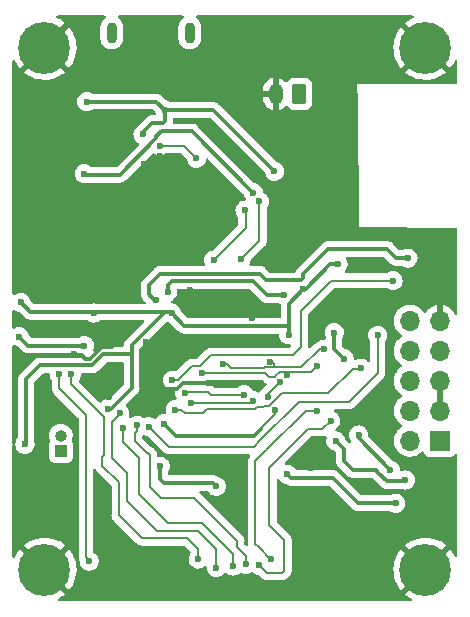
<source format=gbl>
G04 #@! TF.GenerationSoftware,KiCad,Pcbnew,(6.0.10)*
G04 #@! TF.CreationDate,2023-03-04T03:17:19-05:00*
G04 #@! TF.ProjectId,SmartWatch,536d6172-7457-4617-9463-682e6b696361,rev?*
G04 #@! TF.SameCoordinates,Original*
G04 #@! TF.FileFunction,Copper,L2,Bot*
G04 #@! TF.FilePolarity,Positive*
%FSLAX46Y46*%
G04 Gerber Fmt 4.6, Leading zero omitted, Abs format (unit mm)*
G04 Created by KiCad (PCBNEW (6.0.10)) date 2023-03-04 03:17:19*
%MOMM*%
%LPD*%
G01*
G04 APERTURE LIST*
G04 Aperture macros list*
%AMRoundRect*
0 Rectangle with rounded corners*
0 $1 Rounding radius*
0 $2 $3 $4 $5 $6 $7 $8 $9 X,Y pos of 4 corners*
0 Add a 4 corners polygon primitive as box body*
4,1,4,$2,$3,$4,$5,$6,$7,$8,$9,$2,$3,0*
0 Add four circle primitives for the rounded corners*
1,1,$1+$1,$2,$3*
1,1,$1+$1,$4,$5*
1,1,$1+$1,$6,$7*
1,1,$1+$1,$8,$9*
0 Add four rect primitives between the rounded corners*
20,1,$1+$1,$2,$3,$4,$5,0*
20,1,$1+$1,$4,$5,$6,$7,0*
20,1,$1+$1,$6,$7,$8,$9,0*
20,1,$1+$1,$8,$9,$2,$3,0*%
G04 Aperture macros list end*
G04 #@! TA.AperFunction,ComponentPad*
%ADD10R,1.700000X1.700000*%
G04 #@! TD*
G04 #@! TA.AperFunction,ComponentPad*
%ADD11O,1.700000X1.700000*%
G04 #@! TD*
G04 #@! TA.AperFunction,ComponentPad*
%ADD12C,4.400000*%
G04 #@! TD*
G04 #@! TA.AperFunction,ComponentPad*
%ADD13O,0.900000X1.800000*%
G04 #@! TD*
G04 #@! TA.AperFunction,ComponentPad*
%ADD14R,1.000000X1.000000*%
G04 #@! TD*
G04 #@! TA.AperFunction,ComponentPad*
%ADD15O,1.000000X1.000000*%
G04 #@! TD*
G04 #@! TA.AperFunction,ComponentPad*
%ADD16RoundRect,0.250000X0.350000X0.625000X-0.350000X0.625000X-0.350000X-0.625000X0.350000X-0.625000X0*%
G04 #@! TD*
G04 #@! TA.AperFunction,ComponentPad*
%ADD17O,1.200000X1.750000*%
G04 #@! TD*
G04 #@! TA.AperFunction,ViaPad*
%ADD18C,0.600000*%
G04 #@! TD*
G04 #@! TA.AperFunction,Conductor*
%ADD19C,0.300000*%
G04 #@! TD*
G04 #@! TA.AperFunction,Conductor*
%ADD20C,0.200000*%
G04 #@! TD*
G04 APERTURE END LIST*
D10*
X105100000Y-96000000D03*
D11*
X102560000Y-96000000D03*
X105100000Y-93460000D03*
X102560000Y-93460000D03*
X105100000Y-90920000D03*
X102560000Y-90920000D03*
X105100000Y-88380000D03*
X102560000Y-88380000D03*
X105100000Y-85840000D03*
X102560000Y-85840000D03*
D12*
X103886000Y-62738000D03*
D13*
X83926000Y-61468000D03*
X77326000Y-61468000D03*
D14*
X73010000Y-96860000D03*
D15*
X73010000Y-95590000D03*
D16*
X93202000Y-66654000D03*
D17*
X91202000Y-66654000D03*
D12*
X71628000Y-62738000D03*
X103886000Y-106934000D03*
X71628000Y-106934000D03*
D18*
X96670000Y-75050000D03*
X91100000Y-73200000D03*
X89300000Y-75000000D03*
X93530510Y-83162688D03*
X102400000Y-80550000D03*
X100425000Y-78650000D03*
X89175000Y-85600000D03*
X83975000Y-83250000D03*
X84625000Y-84450000D03*
X92290000Y-87030000D03*
X80229266Y-87629266D03*
X88270000Y-80660000D03*
X89830000Y-75750000D03*
X88610000Y-76480500D03*
X85940000Y-80720000D03*
X80055734Y-72599500D03*
X81420000Y-71910000D03*
X81375750Y-71042782D03*
X84489500Y-72110000D03*
X79975000Y-70075000D03*
X81809501Y-68000000D03*
X75200000Y-67300000D03*
X78466292Y-65167238D03*
X76970000Y-77160000D03*
X95116738Y-85823007D03*
X85850242Y-100826974D03*
X77540000Y-86510000D03*
X77460000Y-89610000D03*
X86075000Y-64275000D03*
X74240000Y-86010000D03*
X80600000Y-89830000D03*
X85517807Y-91097638D03*
X82620500Y-98170500D03*
X97600000Y-102650000D03*
X74150000Y-88650000D03*
X77050000Y-92300000D03*
X94170378Y-98339622D03*
X75000000Y-73400000D03*
X92180000Y-98850000D03*
X101360000Y-101300000D03*
X82690000Y-93370000D03*
X98410000Y-89860000D03*
X82450000Y-90899500D03*
X101140000Y-82450000D03*
X84640000Y-106030000D03*
X73900000Y-90360000D03*
X86190000Y-106760000D03*
X77988818Y-93697334D03*
X87600000Y-106620000D03*
X78270000Y-94960000D03*
X88710000Y-106470000D03*
X79460000Y-94710000D03*
X89828941Y-106555540D03*
X95850000Y-94320000D03*
X94720000Y-93490000D03*
X84940000Y-90280000D03*
X90800000Y-106010000D03*
X92200500Y-90450000D03*
X94720000Y-89670000D03*
X96290000Y-96030000D03*
X91920000Y-83690000D03*
X102180000Y-99340000D03*
X82050000Y-83400000D03*
X69500000Y-87210000D03*
X75009500Y-87950000D03*
X81100000Y-84075000D03*
X99830000Y-87090000D03*
X80453650Y-94818005D03*
X90550000Y-92300000D03*
X81750000Y-94580000D03*
X91150000Y-93450000D03*
X91600000Y-91000500D03*
X86730000Y-89500000D03*
X95300000Y-88260000D03*
X90750000Y-89350000D03*
X84020000Y-92780000D03*
X89283225Y-92611688D03*
X88530000Y-92120000D03*
X83500378Y-91949622D03*
X75800000Y-85200500D03*
X77028739Y-93299277D03*
X96160000Y-86850000D03*
X86170000Y-99880000D03*
X82400000Y-85200000D03*
X96470000Y-81070000D03*
X98220000Y-95530000D03*
X100910000Y-98510000D03*
X69970000Y-96330000D03*
X81420000Y-98170000D03*
X97010000Y-89070000D03*
X69620000Y-84290000D03*
X72860000Y-90329500D03*
X75410000Y-106200000D03*
D19*
X95830000Y-81070000D02*
X96470000Y-81070000D01*
X93737312Y-83162688D02*
X95830000Y-81070000D01*
X93530510Y-83162688D02*
X93737312Y-83162688D01*
X92290000Y-84403198D02*
X93530510Y-83162688D01*
X92290000Y-84800000D02*
X92290000Y-84403198D01*
X101425000Y-80550000D02*
X102400000Y-80550000D01*
X100650000Y-79775000D02*
X101225000Y-80350000D01*
X101225000Y-80350000D02*
X101425000Y-80550000D01*
X95650000Y-79775000D02*
X100650000Y-79775000D01*
X95050000Y-80375000D02*
X95650000Y-79775000D01*
X93550000Y-81875000D02*
X95050000Y-80375000D01*
X93550000Y-82230000D02*
X93550000Y-81875000D01*
D20*
X93330000Y-88050000D02*
X93330000Y-85060000D01*
D19*
X90465000Y-83690000D02*
X91920000Y-83690000D01*
X89250000Y-82475000D02*
X90465000Y-83690000D01*
X82400000Y-82475000D02*
X89250000Y-82475000D01*
X82050000Y-82825000D02*
X82400000Y-82475000D01*
X82050000Y-83400000D02*
X82050000Y-82825000D01*
X92130000Y-86280000D02*
X92290000Y-86120000D01*
X82404622Y-85234622D02*
X83450000Y-86280000D01*
X83450000Y-86280000D02*
X92130000Y-86280000D01*
X92290000Y-84800000D02*
X92290000Y-86120000D01*
X92290000Y-86120000D02*
X92290000Y-87030000D01*
D20*
X95870000Y-82450000D02*
X101140000Y-82450000D01*
X95870000Y-82520000D02*
X95870000Y-82450000D01*
X93330000Y-85060000D02*
X95870000Y-82520000D01*
X92630000Y-88750000D02*
X93330000Y-88050000D01*
X85730000Y-88750000D02*
X92630000Y-88750000D01*
X84790000Y-89690000D02*
X85730000Y-88750000D01*
X84110000Y-89690000D02*
X84790000Y-89690000D01*
X82900500Y-90899500D02*
X84110000Y-89690000D01*
X82450000Y-90899500D02*
X82900500Y-90899500D01*
X89830000Y-79100000D02*
X89830000Y-75750000D01*
X88270000Y-80660000D02*
X89830000Y-79100000D01*
X88660000Y-76530500D02*
X88610000Y-76480500D01*
X88660000Y-76650000D02*
X88660000Y-76530500D01*
X85940000Y-80720000D02*
X88660000Y-78000000D01*
X88660000Y-78000000D02*
X88660000Y-76650000D01*
X81420000Y-71910000D02*
X80745234Y-71910000D01*
X80745234Y-71910000D02*
X80055734Y-72599500D01*
X83422282Y-71042782D02*
X84489500Y-72110000D01*
X81375750Y-71042782D02*
X83422282Y-71042782D01*
D19*
X79975000Y-69875000D02*
X79975000Y-70075000D01*
X81100000Y-69100000D02*
X80750000Y-69100000D01*
X80025000Y-69825000D02*
X79975000Y-69875000D01*
X80750000Y-69100000D02*
X80025000Y-69825000D01*
X81809501Y-68965499D02*
X81675000Y-69100000D01*
X81675000Y-69100000D02*
X81100000Y-69100000D01*
X81809501Y-68000000D02*
X81809501Y-68965499D01*
X75100000Y-73500000D02*
X75000000Y-73400000D01*
X84125000Y-69825000D02*
X81600000Y-69825000D01*
X81600000Y-69825000D02*
X81550000Y-69775000D01*
X81100000Y-70225000D02*
X81100000Y-70400000D01*
X81550000Y-69775000D02*
X81100000Y-70225000D01*
X89300000Y-75000000D02*
X84125000Y-69825000D01*
X81100000Y-70400000D02*
X78000000Y-73500000D01*
X78000000Y-73500000D02*
X75100000Y-73500000D01*
X85900000Y-68000000D02*
X81809501Y-68000000D01*
X91100000Y-73200000D02*
X85900000Y-68000000D01*
X75200000Y-67300000D02*
X81109501Y-67300000D01*
X81109501Y-67300000D02*
X81809501Y-68000000D01*
X80600000Y-90700000D02*
X80600000Y-89830000D01*
X77460000Y-89610000D02*
X77460000Y-91890000D01*
X85517807Y-91097638D02*
X83352362Y-91097638D01*
X83352362Y-91097638D02*
X82810000Y-91640000D01*
X82810000Y-91640000D02*
X81540000Y-91640000D01*
X74200000Y-88780000D02*
X74790000Y-88780000D01*
X77540000Y-87870000D02*
X77540000Y-86510000D01*
X76500000Y-88100000D02*
X77310000Y-88100000D01*
X77310000Y-88100000D02*
X77540000Y-87870000D01*
X75090000Y-89080000D02*
X75520000Y-89080000D01*
X77460000Y-91890000D02*
X77050000Y-92300000D01*
X81540000Y-91640000D02*
X80600000Y-90700000D01*
X74790000Y-88780000D02*
X75090000Y-89080000D01*
X75520000Y-89080000D02*
X76500000Y-88100000D01*
X95810000Y-99170000D02*
X92500000Y-99170000D01*
X96060000Y-99170000D02*
X95810000Y-99170000D01*
X97310000Y-100420000D02*
X96060000Y-99170000D01*
X98190000Y-101300000D02*
X97310000Y-100420000D01*
X101360000Y-101300000D02*
X98190000Y-101300000D01*
X92500000Y-99170000D02*
X92180000Y-98850000D01*
D20*
X85075000Y-93645000D02*
X85400000Y-93320000D01*
X91771471Y-91980000D02*
X95660000Y-91980000D01*
X90260000Y-93090000D02*
X90661471Y-93090000D01*
X89600000Y-93180000D02*
X90170000Y-93180000D01*
X90170000Y-93180000D02*
X90260000Y-93090000D01*
X89460000Y-93320000D02*
X89600000Y-93180000D01*
X98370000Y-89900000D02*
X98410000Y-89860000D01*
X85400000Y-93320000D02*
X89460000Y-93320000D01*
X83220000Y-93370000D02*
X83495000Y-93645000D01*
X95660000Y-91980000D02*
X97740000Y-89900000D01*
X97740000Y-89900000D02*
X98370000Y-89900000D01*
X83495000Y-93645000D02*
X85075000Y-93645000D01*
X90661471Y-93090000D02*
X91771471Y-91980000D01*
X82690000Y-93370000D02*
X83220000Y-93370000D01*
X73900000Y-91240000D02*
X76680000Y-94020000D01*
X84640000Y-105210000D02*
X84640000Y-106030000D01*
X76510000Y-98140000D02*
X77910000Y-99540000D01*
X77910000Y-99540000D02*
X77910000Y-102310000D01*
X76510000Y-97380000D02*
X76510000Y-98140000D01*
X73900000Y-90360000D02*
X73900000Y-91240000D01*
X76680000Y-97210000D02*
X76510000Y-97380000D01*
X79880000Y-104280000D02*
X83710000Y-104280000D01*
X76680000Y-94020000D02*
X76680000Y-97210000D01*
X77910000Y-102310000D02*
X79880000Y-104280000D01*
X83710000Y-104280000D02*
X84640000Y-105210000D01*
X84620000Y-103680000D02*
X86120000Y-105180000D01*
X78590000Y-101140000D02*
X81130000Y-103680000D01*
X86120000Y-106690000D02*
X86190000Y-106760000D01*
X77988818Y-93781182D02*
X77320000Y-94450000D01*
X77988818Y-93697334D02*
X77988818Y-93781182D01*
X77320000Y-94450000D02*
X77320000Y-97480000D01*
X86120000Y-105180000D02*
X86120000Y-106690000D01*
X78590000Y-98750000D02*
X78590000Y-101140000D01*
X77320000Y-97480000D02*
X78590000Y-98750000D01*
X81130000Y-103680000D02*
X84620000Y-103680000D01*
X84970000Y-102960000D02*
X87600000Y-105590000D01*
X78270000Y-96109950D02*
X79650000Y-97489950D01*
X82050000Y-102960000D02*
X84970000Y-102960000D01*
X79650000Y-97489950D02*
X79650000Y-100560000D01*
X78270000Y-94960000D02*
X78270000Y-96109950D01*
X79650000Y-100560000D02*
X82050000Y-102960000D01*
X87600000Y-105590000D02*
X87600000Y-106620000D01*
X81450000Y-100840000D02*
X84290000Y-100840000D01*
X79270000Y-96070000D02*
X80290000Y-97090000D01*
X88710000Y-105790000D02*
X88710000Y-106470000D01*
X87950000Y-104500000D02*
X87950000Y-105030000D01*
X87950000Y-105030000D02*
X88710000Y-105790000D01*
X79270000Y-95380000D02*
X79270000Y-96070000D01*
X80290000Y-97090000D02*
X80420000Y-97090000D01*
X80550000Y-97220000D02*
X80550000Y-99940000D01*
X84290000Y-100840000D02*
X87950000Y-104500000D01*
X79460000Y-94710000D02*
X79460000Y-95190000D01*
X80420000Y-97090000D02*
X80550000Y-97220000D01*
X80550000Y-99940000D02*
X81450000Y-100840000D01*
X79460000Y-95190000D02*
X79270000Y-95380000D01*
X90670000Y-103130000D02*
X90670000Y-98300000D01*
X93980000Y-95040000D02*
X95130000Y-95040000D01*
X91740000Y-107220000D02*
X91940000Y-107020000D01*
X90670000Y-98300000D02*
X93930000Y-95040000D01*
X89828941Y-106555540D02*
X90493401Y-107220000D01*
X91940000Y-104400000D02*
X90670000Y-103130000D01*
X95130000Y-95040000D02*
X95850000Y-94320000D01*
X91940000Y-105790000D02*
X91940000Y-104400000D01*
X93930000Y-95040000D02*
X93980000Y-95040000D01*
X90493401Y-107220000D02*
X91740000Y-107220000D01*
X91940000Y-107020000D02*
X91940000Y-105790000D01*
X84940000Y-90280000D02*
X86870000Y-90280000D01*
X92150000Y-90200000D02*
X94190000Y-90200000D01*
X90330000Y-90280000D02*
X90650000Y-90600000D01*
X91151971Y-90600000D02*
X91175986Y-90575985D01*
X91550000Y-90200000D02*
X92150000Y-90200000D01*
X94190000Y-90200000D02*
X94720000Y-89670000D01*
X90420000Y-96820000D02*
X93750000Y-93490000D01*
X89480000Y-97760000D02*
X90420000Y-96820000D01*
X91175986Y-90574014D02*
X91550000Y-90200000D01*
X90650000Y-90600000D02*
X91151971Y-90600000D01*
X90800000Y-106010000D02*
X90760000Y-106010000D01*
X89800000Y-105050000D02*
X89480000Y-104730000D01*
X89480000Y-101530000D02*
X89480000Y-97760000D01*
X90760000Y-106010000D02*
X89800000Y-105050000D01*
X93750000Y-93490000D02*
X94720000Y-93490000D01*
X92150000Y-90200000D02*
X92200500Y-90250500D01*
X86870000Y-90280000D02*
X90330000Y-90280000D01*
X89480000Y-104730000D02*
X89480000Y-101530000D01*
X91175986Y-90575985D02*
X91175986Y-90574014D01*
X92200500Y-90250500D02*
X92200500Y-90450000D01*
D19*
X99670000Y-98480000D02*
X99900000Y-98710000D01*
X102070000Y-99450000D02*
X102180000Y-99340000D01*
X97720000Y-98480000D02*
X98520000Y-98480000D01*
X96290000Y-96030000D02*
X96990000Y-96730000D01*
X101510000Y-99450000D02*
X102070000Y-99450000D01*
X96990000Y-96730000D02*
X96990000Y-97750000D01*
X96990000Y-97750000D02*
X97720000Y-98480000D01*
X100640000Y-99450000D02*
X101510000Y-99450000D01*
X98520000Y-98480000D02*
X99670000Y-98480000D01*
X99900000Y-98710000D02*
X100640000Y-99450000D01*
X75009500Y-87950000D02*
X70240000Y-87950000D01*
X70240000Y-87950000D02*
X69500000Y-87210000D01*
X80935000Y-84075000D02*
X80440000Y-83580000D01*
X80440000Y-83580000D02*
X80440000Y-82840000D01*
X89870000Y-81880000D02*
X90420000Y-82430000D01*
X82460000Y-81880000D02*
X89870000Y-81880000D01*
X81100000Y-84075000D02*
X80935000Y-84075000D01*
X93350000Y-82430000D02*
X93550000Y-82230000D01*
X80440000Y-82840000D02*
X80720000Y-82560000D01*
X90420000Y-82430000D02*
X93350000Y-82430000D01*
X81400000Y-81880000D02*
X82460000Y-81880000D01*
X80720000Y-82560000D02*
X81400000Y-81880000D01*
D20*
X97400000Y-92740000D02*
X97510000Y-92630000D01*
X89910000Y-95990000D02*
X93160000Y-92740000D01*
X85370000Y-96550000D02*
X89350000Y-96550000D01*
X89350000Y-96550000D02*
X89910000Y-95990000D01*
X82185645Y-96550000D02*
X85370000Y-96550000D01*
X93160000Y-92740000D02*
X94640000Y-92740000D01*
X80453650Y-94818005D02*
X82185645Y-96550000D01*
X97510000Y-92630000D02*
X98500000Y-91640000D01*
X98500000Y-91640000D02*
X99830000Y-90310000D01*
X99830000Y-90310000D02*
X99830000Y-87090000D01*
X94640000Y-92740000D02*
X97400000Y-92740000D01*
X90550000Y-92050500D02*
X91600000Y-91000500D01*
X89980000Y-94990000D02*
X89980000Y-94920000D01*
X91150000Y-93750000D02*
X91150000Y-93450000D01*
D19*
X87990000Y-95570000D02*
X89400000Y-95570000D01*
X82740000Y-95570000D02*
X87990000Y-95570000D01*
D20*
X90650000Y-94250000D02*
X91150000Y-93750000D01*
D19*
X89400000Y-95570000D02*
X89980000Y-94990000D01*
D20*
X89980000Y-94920000D02*
X90650000Y-94250000D01*
D19*
X81750000Y-94580000D02*
X82740000Y-95570000D01*
D20*
X90550000Y-92300000D02*
X90550000Y-92050500D01*
X90900000Y-89350000D02*
X90750000Y-89350000D01*
X87050000Y-89500000D02*
X87400000Y-89850000D01*
X86730000Y-89500000D02*
X87050000Y-89500000D01*
X93380000Y-89800000D02*
X94920000Y-88260000D01*
X90250000Y-89800000D02*
X91050000Y-89800000D01*
X90200000Y-89850000D02*
X90250000Y-89800000D01*
X87400000Y-89850000D02*
X90200000Y-89850000D01*
X91050000Y-89800000D02*
X91050000Y-89500000D01*
X91050000Y-89800000D02*
X93380000Y-89800000D01*
X91050000Y-89500000D02*
X90900000Y-89350000D01*
X94920000Y-88260000D02*
X95300000Y-88260000D01*
X84020000Y-92780000D02*
X89114913Y-92780000D01*
X89114913Y-92780000D02*
X89283225Y-92611688D01*
X83600000Y-91850000D02*
X85430000Y-91850000D01*
X88500000Y-92150000D02*
X88530000Y-92120000D01*
X85730000Y-92150000D02*
X88500000Y-92150000D01*
X85430000Y-91850000D02*
X85730000Y-92150000D01*
X83500378Y-91949622D02*
X83600000Y-91850000D01*
D19*
X81400889Y-98189111D02*
X81420000Y-98170000D01*
X82270500Y-85100500D02*
X82404622Y-85234622D01*
X79010000Y-91560000D02*
X77270723Y-93299277D01*
X71250000Y-89630000D02*
X75680000Y-89630000D01*
X77270723Y-93299277D02*
X77028739Y-93299277D01*
X85880000Y-99590000D02*
X81760000Y-99590000D01*
X75680000Y-89630000D02*
X76610000Y-88700000D01*
X81760000Y-99590000D02*
X81400889Y-99230889D01*
X96160000Y-88220000D02*
X96160000Y-86850000D01*
X70060000Y-96240000D02*
X70060000Y-90820000D01*
X81400889Y-98412487D02*
X81400889Y-98189111D01*
X86170000Y-99880000D02*
X85880000Y-99590000D01*
X98220000Y-95530000D02*
X98220000Y-95820000D01*
X70430500Y-85100500D02*
X69620000Y-84290000D01*
X81400889Y-99230889D02*
X81400889Y-98412487D01*
X75920000Y-85100500D02*
X76275500Y-85100500D01*
X70060000Y-90820000D02*
X71250000Y-89630000D01*
X79010000Y-87930000D02*
X79010000Y-88700000D01*
X98220000Y-95820000D02*
X100910000Y-98510000D01*
X69970000Y-96330000D02*
X70060000Y-96240000D01*
X79010000Y-88700000D02*
X79010000Y-91560000D01*
X76610000Y-88700000D02*
X79010000Y-88700000D01*
X76275500Y-85100500D02*
X82270500Y-85100500D01*
X97010000Y-89070000D02*
X96160000Y-88220000D01*
X79010000Y-87930000D02*
X81705378Y-85234622D01*
X75920000Y-85100500D02*
X70430500Y-85100500D01*
D20*
X72860000Y-91585000D02*
X72860000Y-90329500D01*
X75410000Y-106135000D02*
X75125000Y-105850000D01*
X75125000Y-105850000D02*
X75125000Y-93850000D01*
X75125000Y-93850000D02*
X72860000Y-91585000D01*
X75410000Y-106200000D02*
X75410000Y-106135000D01*
G04 #@! TA.AperFunction,Conductor*
G36*
X76760993Y-60028502D02*
G01*
X76807486Y-60082158D01*
X76817590Y-60152432D01*
X76788096Y-60217012D01*
X76759270Y-60241585D01*
X76738160Y-60254674D01*
X76733527Y-60259055D01*
X76733526Y-60259056D01*
X76663059Y-60325693D01*
X76596678Y-60388466D01*
X76484989Y-60547975D01*
X76482452Y-60553838D01*
X76435080Y-60663309D01*
X76407655Y-60726684D01*
X76406350Y-60732931D01*
X76406349Y-60732934D01*
X76387268Y-60824273D01*
X76367835Y-60917293D01*
X76367500Y-60923685D01*
X76367500Y-61966663D01*
X76382235Y-62111727D01*
X76384144Y-62117818D01*
X76438556Y-62291451D01*
X76438558Y-62291456D01*
X76440465Y-62297541D01*
X76534870Y-62467850D01*
X76539019Y-62472691D01*
X76539022Y-62472695D01*
X76598684Y-62542303D01*
X76661591Y-62615698D01*
X76815453Y-62735046D01*
X76821176Y-62737862D01*
X76821179Y-62737864D01*
X76984444Y-62818200D01*
X76990171Y-62821018D01*
X76996349Y-62822627D01*
X76996351Y-62822628D01*
X77172425Y-62868492D01*
X77172428Y-62868492D01*
X77178607Y-62870102D01*
X77262597Y-62874504D01*
X77366683Y-62879959D01*
X77366687Y-62879959D01*
X77373064Y-62880293D01*
X77528413Y-62856799D01*
X77559285Y-62852130D01*
X77559286Y-62852130D01*
X77565599Y-62851175D01*
X77571585Y-62848972D01*
X77571591Y-62848971D01*
X77742360Y-62786140D01*
X77742365Y-62786138D01*
X77748346Y-62783937D01*
X77863478Y-62712552D01*
X77908418Y-62684688D01*
X77908419Y-62684687D01*
X77913840Y-62681326D01*
X77988362Y-62610855D01*
X78050685Y-62551919D01*
X78055322Y-62547534D01*
X78167011Y-62388025D01*
X78244345Y-62209316D01*
X78263460Y-62117818D01*
X78283176Y-62023443D01*
X78283177Y-62023438D01*
X78284165Y-62018707D01*
X78284500Y-62012315D01*
X78284500Y-60969337D01*
X78269765Y-60824273D01*
X78252111Y-60767939D01*
X78213444Y-60644549D01*
X78213442Y-60644544D01*
X78211535Y-60638459D01*
X78139379Y-60508288D01*
X78120223Y-60473729D01*
X78120221Y-60473726D01*
X78117130Y-60468150D01*
X78112981Y-60463309D01*
X78112978Y-60463305D01*
X77994560Y-60325145D01*
X77990409Y-60320302D01*
X77879224Y-60234058D01*
X77837659Y-60176503D01*
X77833809Y-60105611D01*
X77868897Y-60043891D01*
X77931783Y-60010939D01*
X77956452Y-60008500D01*
X83292872Y-60008500D01*
X83360993Y-60028502D01*
X83407486Y-60082158D01*
X83417590Y-60152432D01*
X83388096Y-60217012D01*
X83359270Y-60241585D01*
X83338160Y-60254674D01*
X83333527Y-60259055D01*
X83333526Y-60259056D01*
X83263059Y-60325693D01*
X83196678Y-60388466D01*
X83084989Y-60547975D01*
X83082452Y-60553838D01*
X83035080Y-60663309D01*
X83007655Y-60726684D01*
X83006350Y-60732931D01*
X83006349Y-60732934D01*
X82987268Y-60824273D01*
X82967835Y-60917293D01*
X82967500Y-60923685D01*
X82967500Y-61966663D01*
X82982235Y-62111727D01*
X82984144Y-62117818D01*
X83038556Y-62291451D01*
X83038558Y-62291456D01*
X83040465Y-62297541D01*
X83134870Y-62467850D01*
X83139019Y-62472691D01*
X83139022Y-62472695D01*
X83198684Y-62542303D01*
X83261591Y-62615698D01*
X83415453Y-62735046D01*
X83421176Y-62737862D01*
X83421179Y-62737864D01*
X83584444Y-62818200D01*
X83590171Y-62821018D01*
X83596349Y-62822627D01*
X83596351Y-62822628D01*
X83772425Y-62868492D01*
X83772428Y-62868492D01*
X83778607Y-62870102D01*
X83862597Y-62874504D01*
X83966683Y-62879959D01*
X83966687Y-62879959D01*
X83973064Y-62880293D01*
X84128413Y-62856799D01*
X84159285Y-62852130D01*
X84159286Y-62852130D01*
X84165599Y-62851175D01*
X84171585Y-62848972D01*
X84171591Y-62848971D01*
X84342360Y-62786140D01*
X84342365Y-62786138D01*
X84348346Y-62783937D01*
X84462138Y-62713383D01*
X101173388Y-62713383D01*
X101189245Y-63031914D01*
X101190076Y-63039443D01*
X101244085Y-63353759D01*
X101245818Y-63361146D01*
X101337196Y-63666695D01*
X101339799Y-63673808D01*
X101467227Y-63966173D01*
X101470669Y-63972929D01*
X101632296Y-64247865D01*
X101636519Y-64254150D01*
X101787463Y-64451934D01*
X101798989Y-64460396D01*
X101811054Y-64453735D01*
X103513980Y-62750810D01*
X103521592Y-62736869D01*
X103521461Y-62735034D01*
X103517210Y-62728420D01*
X101812445Y-61023656D01*
X101799510Y-61016592D01*
X101788949Y-61024252D01*
X101668766Y-61175072D01*
X101664410Y-61181270D01*
X101497059Y-61452764D01*
X101493479Y-61459440D01*
X101359956Y-61749074D01*
X101357206Y-61756125D01*
X101259444Y-62059708D01*
X101257561Y-62067041D01*
X101196979Y-62380170D01*
X101195992Y-62387670D01*
X101173467Y-62705802D01*
X101173388Y-62713383D01*
X84462138Y-62713383D01*
X84463478Y-62712552D01*
X84508418Y-62684688D01*
X84508419Y-62684687D01*
X84513840Y-62681326D01*
X84588362Y-62610855D01*
X84650685Y-62551919D01*
X84655322Y-62547534D01*
X84767011Y-62388025D01*
X84844345Y-62209316D01*
X84863460Y-62117818D01*
X84883176Y-62023443D01*
X84883177Y-62023438D01*
X84884165Y-62018707D01*
X84884500Y-62012315D01*
X84884500Y-60969337D01*
X84869765Y-60824273D01*
X84852111Y-60767939D01*
X84813444Y-60644549D01*
X84813442Y-60644544D01*
X84811535Y-60638459D01*
X84739379Y-60508288D01*
X84720223Y-60473729D01*
X84720221Y-60473726D01*
X84717130Y-60468150D01*
X84712981Y-60463309D01*
X84712978Y-60463305D01*
X84594560Y-60325145D01*
X84590409Y-60320302D01*
X84479224Y-60234058D01*
X84437659Y-60176503D01*
X84433809Y-60105611D01*
X84468897Y-60043891D01*
X84531783Y-60010939D01*
X84556452Y-60008500D01*
X102766029Y-60008500D01*
X102834150Y-60028502D01*
X102880643Y-60082158D01*
X102890747Y-60152432D01*
X102861253Y-60217012D01*
X102816977Y-60249740D01*
X102645176Y-60325693D01*
X102638445Y-60329167D01*
X102364355Y-60492233D01*
X102358091Y-60496490D01*
X102172385Y-60639762D01*
X102163917Y-60651423D01*
X102170520Y-60663309D01*
X103886000Y-62378790D01*
X105959287Y-64452076D01*
X105972407Y-64459240D01*
X105982710Y-64451850D01*
X106086751Y-64324055D01*
X106091164Y-64317914D01*
X106261349Y-64048187D01*
X106265005Y-64041536D01*
X106351633Y-63858685D01*
X106398874Y-63805687D01*
X106467269Y-63786643D01*
X106535102Y-63807600D01*
X106580837Y-63861903D01*
X106591500Y-63912631D01*
X106591500Y-65649000D01*
X106571498Y-65717121D01*
X106517842Y-65763614D01*
X106465500Y-65775000D01*
X98125000Y-65775000D01*
X98125137Y-65788858D01*
X98140783Y-67371139D01*
X98244794Y-77890102D01*
X106466612Y-77962647D01*
X106534553Y-77983249D01*
X106580571Y-78037313D01*
X106591500Y-78088642D01*
X106591500Y-85258615D01*
X106571498Y-85326736D01*
X106517842Y-85373229D01*
X106447568Y-85383333D01*
X106382988Y-85353839D01*
X106349950Y-85308857D01*
X106302972Y-85200814D01*
X106298105Y-85191739D01*
X106182426Y-85012926D01*
X106176136Y-85004757D01*
X106032806Y-84847240D01*
X106025273Y-84840215D01*
X105858139Y-84708222D01*
X105849552Y-84702517D01*
X105663117Y-84599599D01*
X105653705Y-84595369D01*
X105452959Y-84524280D01*
X105442988Y-84521646D01*
X105371837Y-84508972D01*
X105358540Y-84510432D01*
X105354000Y-84524989D01*
X105354000Y-85968000D01*
X105333998Y-86036121D01*
X105280342Y-86082614D01*
X105228000Y-86094000D01*
X104972000Y-86094000D01*
X104903879Y-86073998D01*
X104857386Y-86020342D01*
X104846000Y-85968000D01*
X104846000Y-84523102D01*
X104842082Y-84509758D01*
X104827806Y-84507771D01*
X104789324Y-84513660D01*
X104779288Y-84516051D01*
X104576868Y-84582212D01*
X104567359Y-84586209D01*
X104378463Y-84684542D01*
X104369738Y-84690036D01*
X104199433Y-84817905D01*
X104191726Y-84824748D01*
X104044590Y-84978717D01*
X104038109Y-84986722D01*
X103933498Y-85140074D01*
X103878587Y-85185076D01*
X103808062Y-85193247D01*
X103744315Y-85161993D01*
X103723618Y-85137509D01*
X103642822Y-85012617D01*
X103642820Y-85012614D01*
X103640014Y-85008277D01*
X103489670Y-84843051D01*
X103485619Y-84839852D01*
X103485615Y-84839848D01*
X103318414Y-84707800D01*
X103318410Y-84707798D01*
X103314359Y-84704598D01*
X103278028Y-84684542D01*
X103262136Y-84675769D01*
X103118789Y-84596638D01*
X103113920Y-84594914D01*
X103113916Y-84594912D01*
X102913087Y-84523795D01*
X102913083Y-84523794D01*
X102908212Y-84522069D01*
X102903119Y-84521162D01*
X102903116Y-84521161D01*
X102693373Y-84483800D01*
X102693367Y-84483799D01*
X102688284Y-84482894D01*
X102614452Y-84481992D01*
X102470081Y-84480228D01*
X102470079Y-84480228D01*
X102464911Y-84480165D01*
X102244091Y-84513955D01*
X102031756Y-84583357D01*
X101833607Y-84686507D01*
X101829474Y-84689610D01*
X101829471Y-84689612D01*
X101659100Y-84817530D01*
X101654965Y-84820635D01*
X101500629Y-84982138D01*
X101497715Y-84986410D01*
X101497714Y-84986411D01*
X101449264Y-85057436D01*
X101374743Y-85166680D01*
X101358899Y-85200814D01*
X101283040Y-85364239D01*
X101280688Y-85369305D01*
X101220989Y-85584570D01*
X101197251Y-85806695D01*
X101197548Y-85811848D01*
X101197548Y-85811851D01*
X101207675Y-85987490D01*
X101210110Y-86029715D01*
X101211247Y-86034761D01*
X101211248Y-86034767D01*
X101222031Y-86082614D01*
X101259222Y-86247639D01*
X101304330Y-86358727D01*
X101340930Y-86448862D01*
X101343266Y-86454616D01*
X101345965Y-86459020D01*
X101426596Y-86590598D01*
X101459987Y-86645088D01*
X101606250Y-86813938D01*
X101778126Y-86956632D01*
X101848595Y-86997811D01*
X101851445Y-86999476D01*
X101900169Y-87051114D01*
X101913240Y-87120897D01*
X101886509Y-87186669D01*
X101846055Y-87220027D01*
X101833607Y-87226507D01*
X101829474Y-87229610D01*
X101829471Y-87229612D01*
X101659100Y-87357530D01*
X101654965Y-87360635D01*
X101604958Y-87412964D01*
X101515864Y-87506196D01*
X101500629Y-87522138D01*
X101374743Y-87706680D01*
X101342221Y-87776744D01*
X101286123Y-87897597D01*
X101280688Y-87909305D01*
X101220989Y-88124570D01*
X101197251Y-88346695D01*
X101197548Y-88351848D01*
X101197548Y-88351851D01*
X101207319Y-88521304D01*
X101210110Y-88569715D01*
X101211247Y-88574761D01*
X101211248Y-88574767D01*
X101219200Y-88610051D01*
X101259222Y-88787639D01*
X101320673Y-88938976D01*
X101335073Y-88974438D01*
X101343266Y-88994616D01*
X101381494Y-89056998D01*
X101457291Y-89180688D01*
X101459987Y-89185088D01*
X101606250Y-89353938D01*
X101682846Y-89417529D01*
X101769831Y-89489745D01*
X101778126Y-89496632D01*
X101798347Y-89508448D01*
X101851445Y-89539476D01*
X101900169Y-89591114D01*
X101913240Y-89660897D01*
X101886509Y-89726669D01*
X101846055Y-89760027D01*
X101833607Y-89766507D01*
X101829474Y-89769610D01*
X101829471Y-89769612D01*
X101661780Y-89895518D01*
X101654965Y-89900635D01*
X101651393Y-89904373D01*
X101514357Y-90047773D01*
X101500629Y-90062138D01*
X101497715Y-90066410D01*
X101497714Y-90066411D01*
X101437656Y-90154453D01*
X101374743Y-90246680D01*
X101341573Y-90318140D01*
X101286484Y-90436819D01*
X101280688Y-90449305D01*
X101220989Y-90664570D01*
X101197251Y-90886695D01*
X101197548Y-90891848D01*
X101197548Y-90891851D01*
X101209647Y-91101677D01*
X101210110Y-91109715D01*
X101211247Y-91114761D01*
X101211248Y-91114767D01*
X101225111Y-91176278D01*
X101259222Y-91327639D01*
X101312084Y-91457824D01*
X101339931Y-91526402D01*
X101343266Y-91534616D01*
X101380072Y-91594678D01*
X101452151Y-91712300D01*
X101459987Y-91725088D01*
X101606250Y-91893938D01*
X101778126Y-92036632D01*
X101814423Y-92057842D01*
X101851445Y-92079476D01*
X101900169Y-92131114D01*
X101913240Y-92200897D01*
X101886509Y-92266669D01*
X101846055Y-92300027D01*
X101833607Y-92306507D01*
X101829474Y-92309610D01*
X101829471Y-92309612D01*
X101659100Y-92437530D01*
X101654965Y-92440635D01*
X101651393Y-92444373D01*
X101510911Y-92591379D01*
X101500629Y-92602138D01*
X101497715Y-92606410D01*
X101497714Y-92606411D01*
X101479838Y-92632617D01*
X101374743Y-92786680D01*
X101280688Y-92989305D01*
X101220989Y-93204570D01*
X101197251Y-93426695D01*
X101197548Y-93431848D01*
X101197548Y-93431851D01*
X101206811Y-93592501D01*
X101210110Y-93649715D01*
X101211247Y-93654761D01*
X101211248Y-93654767D01*
X101232275Y-93748069D01*
X101259222Y-93867639D01*
X101304330Y-93978727D01*
X101340930Y-94068862D01*
X101343266Y-94074616D01*
X101360077Y-94102049D01*
X101453257Y-94254105D01*
X101459987Y-94265088D01*
X101606250Y-94433938D01*
X101778126Y-94576632D01*
X101812424Y-94596674D01*
X101851445Y-94619476D01*
X101900169Y-94671114D01*
X101913240Y-94740897D01*
X101886509Y-94806669D01*
X101846055Y-94840027D01*
X101833607Y-94846507D01*
X101829474Y-94849610D01*
X101829471Y-94849612D01*
X101659100Y-94977530D01*
X101654965Y-94980635D01*
X101626098Y-95010843D01*
X101561280Y-95078671D01*
X101500629Y-95142138D01*
X101497715Y-95146410D01*
X101497714Y-95146411D01*
X101435886Y-95237047D01*
X101374743Y-95326680D01*
X101365926Y-95345675D01*
X101285639Y-95518640D01*
X101280688Y-95529305D01*
X101220989Y-95744570D01*
X101197251Y-95966695D01*
X101197548Y-95971848D01*
X101197548Y-95971851D01*
X101206786Y-96132066D01*
X101210110Y-96189715D01*
X101211247Y-96194761D01*
X101211248Y-96194767D01*
X101222177Y-96243260D01*
X101259222Y-96407639D01*
X101309857Y-96532338D01*
X101339599Y-96605584D01*
X101343266Y-96614616D01*
X101355202Y-96634094D01*
X101456992Y-96800200D01*
X101459987Y-96805088D01*
X101606250Y-96973938D01*
X101743528Y-97087908D01*
X101760678Y-97102146D01*
X101778126Y-97116632D01*
X101971000Y-97229338D01*
X102179692Y-97309030D01*
X102184760Y-97310061D01*
X102184763Y-97310062D01*
X102292017Y-97331883D01*
X102398597Y-97353567D01*
X102403772Y-97353757D01*
X102403774Y-97353757D01*
X102616673Y-97361564D01*
X102616677Y-97361564D01*
X102621837Y-97361753D01*
X102626957Y-97361097D01*
X102626959Y-97361097D01*
X102838288Y-97334025D01*
X102838289Y-97334025D01*
X102843416Y-97333368D01*
X102848366Y-97331883D01*
X103052429Y-97270661D01*
X103052434Y-97270659D01*
X103057384Y-97269174D01*
X103257994Y-97170896D01*
X103439860Y-97041173D01*
X103548091Y-96933319D01*
X103610462Y-96899404D01*
X103681268Y-96904592D01*
X103738030Y-96947238D01*
X103755012Y-96978341D01*
X103766310Y-97008478D01*
X103799385Y-97096705D01*
X103886739Y-97213261D01*
X104003295Y-97300615D01*
X104139684Y-97351745D01*
X104185803Y-97356755D01*
X104196601Y-97357928D01*
X104201866Y-97358500D01*
X105998134Y-97358500D01*
X106003400Y-97357928D01*
X106014197Y-97356755D01*
X106060316Y-97351745D01*
X106196705Y-97300615D01*
X106313261Y-97213261D01*
X106339312Y-97178502D01*
X106364674Y-97144661D01*
X106421533Y-97102146D01*
X106492352Y-97097120D01*
X106554645Y-97131180D01*
X106588635Y-97193511D01*
X106591500Y-97220226D01*
X106591500Y-105760043D01*
X106571498Y-105828164D01*
X106517842Y-105874657D01*
X106447568Y-105884761D01*
X106382988Y-105855267D01*
X106350528Y-105811593D01*
X106291781Y-105680570D01*
X106288264Y-105673843D01*
X106123771Y-105400621D01*
X106119481Y-105394377D01*
X105983991Y-105220647D01*
X105972199Y-105212178D01*
X105960486Y-105218725D01*
X103886000Y-107293210D01*
X102171816Y-109007395D01*
X102164703Y-109020422D01*
X102172229Y-109030855D01*
X102311483Y-109143020D01*
X102317657Y-109147408D01*
X102588271Y-109316178D01*
X102594937Y-109319797D01*
X102662452Y-109351352D01*
X102715697Y-109398315D01*
X102735098Y-109466609D01*
X102714497Y-109534551D01*
X102660434Y-109580570D01*
X102609103Y-109591500D01*
X72912204Y-109591500D01*
X72844083Y-109571498D01*
X72797590Y-109517842D01*
X72787486Y-109447568D01*
X72816980Y-109382988D01*
X72848919Y-109356546D01*
X73126042Y-109195580D01*
X73132349Y-109191390D01*
X73342305Y-109032889D01*
X73350761Y-109021496D01*
X73344045Y-109009256D01*
X71269921Y-106935131D01*
X71992408Y-106935131D01*
X71992539Y-106936966D01*
X71996790Y-106943580D01*
X73701285Y-108648074D01*
X73714408Y-108655240D01*
X73724709Y-108647851D01*
X73828751Y-108520055D01*
X73833164Y-108513914D01*
X74003349Y-108244187D01*
X74007005Y-108237536D01*
X74143544Y-107949335D01*
X74146375Y-107942295D01*
X74247306Y-107639767D01*
X74249270Y-107632433D01*
X74313122Y-107319989D01*
X74314194Y-107312465D01*
X74340173Y-106993051D01*
X74340378Y-106988576D01*
X74340927Y-106936221D01*
X74340817Y-106931789D01*
X74321529Y-106611853D01*
X74320621Y-106604351D01*
X74263319Y-106290593D01*
X74261518Y-106283260D01*
X74166935Y-105978655D01*
X74164263Y-105971583D01*
X74033781Y-105680570D01*
X74030264Y-105673843D01*
X73865771Y-105400621D01*
X73861481Y-105394377D01*
X73725991Y-105220647D01*
X73714199Y-105212178D01*
X73702486Y-105218725D01*
X72000020Y-106921190D01*
X71992408Y-106935131D01*
X71269921Y-106935131D01*
X71268790Y-106934000D01*
X69554443Y-105219654D01*
X69541511Y-105212592D01*
X69530948Y-105220253D01*
X69410766Y-105371072D01*
X69406410Y-105377270D01*
X69239059Y-105648764D01*
X69235479Y-105655440D01*
X69148926Y-105843188D01*
X69102242Y-105896677D01*
X69034050Y-105916436D01*
X68966001Y-105896191D01*
X68919700Y-105842370D01*
X68908500Y-105790437D01*
X68908500Y-104847423D01*
X69905917Y-104847423D01*
X69912520Y-104859309D01*
X71615190Y-106561980D01*
X71629131Y-106569592D01*
X71630966Y-106569461D01*
X71637580Y-106565210D01*
X73342559Y-104860230D01*
X73349571Y-104847389D01*
X73341777Y-104836701D01*
X73179298Y-104708613D01*
X73173075Y-104704288D01*
X72900702Y-104538357D01*
X72894025Y-104534822D01*
X72603686Y-104402813D01*
X72596616Y-104400099D01*
X72292537Y-104303932D01*
X72285186Y-104302085D01*
X71971746Y-104243142D01*
X71964237Y-104242194D01*
X71645989Y-104221335D01*
X71638424Y-104221295D01*
X71319964Y-104238821D01*
X71312450Y-104239690D01*
X70998405Y-104295348D01*
X70991044Y-104297115D01*
X70685980Y-104390092D01*
X70678860Y-104392740D01*
X70387182Y-104521690D01*
X70380445Y-104525167D01*
X70106355Y-104688233D01*
X70100091Y-104692490D01*
X69914385Y-104835762D01*
X69905917Y-104847423D01*
X68908500Y-104847423D01*
X68908500Y-96365978D01*
X68921322Y-96322309D01*
X68910108Y-96298827D01*
X68908500Y-96278761D01*
X68908500Y-88022241D01*
X68928502Y-87954120D01*
X68982158Y-87907627D01*
X69052432Y-87897523D01*
X69103493Y-87916809D01*
X69133159Y-87936222D01*
X69139763Y-87938678D01*
X69139765Y-87938679D01*
X69296558Y-87996990D01*
X69296560Y-87996990D01*
X69303168Y-87999448D01*
X69310153Y-88000380D01*
X69310157Y-88000381D01*
X69321274Y-88001864D01*
X69324385Y-88002279D01*
X69389262Y-88031114D01*
X69396817Y-88038077D01*
X69716345Y-88357605D01*
X69724335Y-88366385D01*
X69728584Y-88373080D01*
X69734362Y-88378506D01*
X69734363Y-88378507D01*
X69780257Y-88421604D01*
X69783099Y-88424359D01*
X69803667Y-88444927D01*
X69807170Y-88447644D01*
X69816195Y-88455352D01*
X69849867Y-88486972D01*
X69856818Y-88490793D01*
X69856819Y-88490794D01*
X69868658Y-88497303D01*
X69885182Y-88508157D01*
X69895271Y-88515982D01*
X69902132Y-88521304D01*
X69909404Y-88524451D01*
X69909406Y-88524452D01*
X69944535Y-88539654D01*
X69955196Y-88544876D01*
X69995663Y-88567124D01*
X70016441Y-88572459D01*
X70035131Y-88578858D01*
X70054824Y-88587380D01*
X70098596Y-88594313D01*
X70100448Y-88594606D01*
X70112071Y-88597013D01*
X70140072Y-88604202D01*
X70156812Y-88608500D01*
X70178259Y-88608500D01*
X70197969Y-88610051D01*
X70219152Y-88613406D01*
X70265141Y-88609059D01*
X70276996Y-88608500D01*
X74501607Y-88608500D01*
X74570600Y-88629068D01*
X74642659Y-88676222D01*
X74649263Y-88678678D01*
X74649265Y-88678679D01*
X74780280Y-88727403D01*
X74837156Y-88769895D01*
X74862030Y-88836392D01*
X74847005Y-88905780D01*
X74796850Y-88956030D01*
X74736360Y-88971500D01*
X71332056Y-88971500D01*
X71320200Y-88970941D01*
X71320197Y-88970941D01*
X71312463Y-88969212D01*
X71257446Y-88970941D01*
X71241631Y-88971438D01*
X71237673Y-88971500D01*
X71208568Y-88971500D01*
X71204168Y-88972056D01*
X71192336Y-88972988D01*
X71146169Y-88974438D01*
X71125579Y-88980420D01*
X71106218Y-88984430D01*
X71099230Y-88985312D01*
X71092796Y-88986125D01*
X71092795Y-88986125D01*
X71084936Y-88987118D01*
X71077571Y-88990034D01*
X71077567Y-88990035D01*
X71041979Y-89004126D01*
X71030769Y-89007965D01*
X70986400Y-89020855D01*
X70967935Y-89031775D01*
X70950195Y-89040466D01*
X70930244Y-89048365D01*
X70899098Y-89070994D01*
X70892874Y-89075516D01*
X70882952Y-89082033D01*
X70850023Y-89101507D01*
X70850019Y-89101510D01*
X70843193Y-89105547D01*
X70828029Y-89120711D01*
X70812996Y-89133551D01*
X70795643Y-89146159D01*
X70767078Y-89180688D01*
X70766198Y-89181752D01*
X70758208Y-89190532D01*
X69652395Y-90296345D01*
X69643615Y-90304335D01*
X69643613Y-90304337D01*
X69636920Y-90308584D01*
X69631494Y-90314362D01*
X69631493Y-90314363D01*
X69588396Y-90360257D01*
X69585641Y-90363099D01*
X69565073Y-90383667D01*
X69562356Y-90387170D01*
X69554648Y-90396195D01*
X69523028Y-90429867D01*
X69519207Y-90436818D01*
X69519206Y-90436819D01*
X69512697Y-90448658D01*
X69501843Y-90465182D01*
X69495872Y-90472881D01*
X69488696Y-90482132D01*
X69485549Y-90489404D01*
X69485548Y-90489406D01*
X69470346Y-90524535D01*
X69465124Y-90535195D01*
X69450202Y-90562338D01*
X69442876Y-90575663D01*
X69437541Y-90596441D01*
X69431142Y-90615131D01*
X69422620Y-90634824D01*
X69418874Y-90658474D01*
X69415394Y-90680448D01*
X69412987Y-90692071D01*
X69408850Y-90708185D01*
X69401500Y-90736812D01*
X69401500Y-90758259D01*
X69399949Y-90777969D01*
X69396594Y-90799152D01*
X69398745Y-90821902D01*
X69400941Y-90845138D01*
X69401500Y-90856996D01*
X69401500Y-95702084D01*
X69381498Y-95770205D01*
X69363658Y-95792107D01*
X69339493Y-95815771D01*
X69241235Y-95968238D01*
X69238826Y-95974858D01*
X69238824Y-95974861D01*
X69203593Y-96071658D01*
X69179197Y-96138685D01*
X69178314Y-96145675D01*
X69159506Y-96294553D01*
X69148510Y-96319765D01*
X69155396Y-96330480D01*
X69159899Y-96353683D01*
X69174163Y-96499160D01*
X69231418Y-96671273D01*
X69235065Y-96677295D01*
X69235066Y-96677297D01*
X69320627Y-96818575D01*
X69325380Y-96826424D01*
X69451382Y-96956902D01*
X69476305Y-96973211D01*
X69580162Y-97041173D01*
X69603159Y-97056222D01*
X69609763Y-97058678D01*
X69609765Y-97058679D01*
X69766558Y-97116990D01*
X69766560Y-97116990D01*
X69773168Y-97119448D01*
X69856995Y-97130633D01*
X69945980Y-97142507D01*
X69945984Y-97142507D01*
X69952961Y-97143438D01*
X69959972Y-97142800D01*
X69959976Y-97142800D01*
X70102459Y-97129832D01*
X70133600Y-97126998D01*
X70140302Y-97124820D01*
X70140304Y-97124820D01*
X70299409Y-97073124D01*
X70299412Y-97073123D01*
X70306108Y-97070947D01*
X70420494Y-97002759D01*
X70455860Y-96981677D01*
X70455862Y-96981676D01*
X70461912Y-96978069D01*
X70593266Y-96852982D01*
X70693643Y-96701902D01*
X70748471Y-96557567D01*
X70755555Y-96538920D01*
X70755556Y-96538918D01*
X70758055Y-96532338D01*
X70759035Y-96525366D01*
X70782748Y-96356639D01*
X70782748Y-96356636D01*
X70783299Y-96352717D01*
X70783616Y-96330000D01*
X70763397Y-96149745D01*
X70760743Y-96142122D01*
X70725509Y-96040946D01*
X70718500Y-95999509D01*
X70718500Y-95575851D01*
X71996719Y-95575851D01*
X71997235Y-95581995D01*
X72012666Y-95765761D01*
X72013268Y-95772934D01*
X72067783Y-95963050D01*
X72074150Y-95975438D01*
X72087496Y-96045165D01*
X72067300Y-96097266D01*
X72069079Y-96098240D01*
X72064771Y-96106108D01*
X72059385Y-96113295D01*
X72008255Y-96249684D01*
X72001500Y-96311866D01*
X72001500Y-97408134D01*
X72008255Y-97470316D01*
X72059385Y-97606705D01*
X72146739Y-97723261D01*
X72263295Y-97810615D01*
X72399684Y-97861745D01*
X72461866Y-97868500D01*
X73558134Y-97868500D01*
X73620316Y-97861745D01*
X73756705Y-97810615D01*
X73873261Y-97723261D01*
X73960615Y-97606705D01*
X74011745Y-97470316D01*
X74018500Y-97408134D01*
X74018500Y-96311866D01*
X74011745Y-96249684D01*
X73960615Y-96113295D01*
X73955229Y-96106109D01*
X73950921Y-96098240D01*
X73952942Y-96097133D01*
X73932506Y-96042443D01*
X73938621Y-95993606D01*
X73970593Y-95897493D01*
X73998197Y-95814513D01*
X74022985Y-95618295D01*
X74023380Y-95590000D01*
X74004080Y-95393167D01*
X73985633Y-95332066D01*
X73957196Y-95237881D01*
X73946916Y-95203831D01*
X73854066Y-95029204D01*
X73783709Y-94942938D01*
X73732960Y-94880713D01*
X73732957Y-94880710D01*
X73729065Y-94875938D01*
X73719228Y-94867800D01*
X73581425Y-94753799D01*
X73581421Y-94753797D01*
X73576675Y-94749870D01*
X73402701Y-94655802D01*
X73213768Y-94597318D01*
X73207643Y-94596674D01*
X73207642Y-94596674D01*
X73023204Y-94577289D01*
X73023202Y-94577289D01*
X73017075Y-94576645D01*
X72934576Y-94584153D01*
X72826251Y-94594011D01*
X72826248Y-94594012D01*
X72820112Y-94594570D01*
X72814206Y-94596308D01*
X72814202Y-94596309D01*
X72781231Y-94606013D01*
X72630381Y-94650410D01*
X72624923Y-94653263D01*
X72624919Y-94653265D01*
X72542732Y-94696232D01*
X72455110Y-94742040D01*
X72300975Y-94865968D01*
X72173846Y-95017474D01*
X72170879Y-95022872D01*
X72170875Y-95022877D01*
X72107366Y-95138401D01*
X72078567Y-95190787D01*
X72076706Y-95196654D01*
X72076705Y-95196656D01*
X72045076Y-95296362D01*
X72018765Y-95379306D01*
X71996719Y-95575851D01*
X70718500Y-95575851D01*
X70718500Y-91144950D01*
X70738502Y-91076829D01*
X70755405Y-91055855D01*
X71485855Y-90325405D01*
X71548167Y-90291379D01*
X71574950Y-90288500D01*
X71929307Y-90288500D01*
X71997428Y-90308502D01*
X72043921Y-90362158D01*
X72054705Y-90402203D01*
X72064163Y-90498660D01*
X72121418Y-90670773D01*
X72125065Y-90676795D01*
X72125066Y-90676797D01*
X72211730Y-90819898D01*
X72211733Y-90819901D01*
X72215380Y-90825924D01*
X72220275Y-90830992D01*
X72224571Y-90836571D01*
X72222243Y-90838364D01*
X72249071Y-90889615D01*
X72251500Y-90914234D01*
X72251500Y-91536864D01*
X72250422Y-91553307D01*
X72246250Y-91585000D01*
X72251500Y-91624880D01*
X72251500Y-91624885D01*
X72258032Y-91674500D01*
X72267162Y-91743851D01*
X72328476Y-91891876D01*
X72333503Y-91898427D01*
X72333504Y-91898429D01*
X72401520Y-91987069D01*
X72401526Y-91987075D01*
X72426013Y-92018987D01*
X72432568Y-92024017D01*
X72451379Y-92038452D01*
X72463770Y-92049319D01*
X74479595Y-94065144D01*
X74513621Y-94127456D01*
X74516500Y-94154239D01*
X74516500Y-105801864D01*
X74515422Y-105818307D01*
X74511250Y-105850000D01*
X74516500Y-105889880D01*
X74516500Y-105889885D01*
X74525980Y-105961895D01*
X74532162Y-106008851D01*
X74587614Y-106142724D01*
X74596414Y-106188645D01*
X74596463Y-106188640D01*
X74614163Y-106369160D01*
X74671418Y-106541273D01*
X74675065Y-106547295D01*
X74675066Y-106547297D01*
X74751322Y-106673211D01*
X74765380Y-106696424D01*
X74770269Y-106701487D01*
X74770270Y-106701488D01*
X74839449Y-106773124D01*
X74891382Y-106826902D01*
X74897278Y-106830760D01*
X75003088Y-106900000D01*
X75043159Y-106926222D01*
X75049763Y-106928678D01*
X75049765Y-106928679D01*
X75206558Y-106986990D01*
X75206560Y-106986990D01*
X75213168Y-106989448D01*
X75296995Y-107000633D01*
X75385980Y-107012507D01*
X75385984Y-107012507D01*
X75392961Y-107013438D01*
X75399972Y-107012800D01*
X75399976Y-107012800D01*
X75542459Y-106999832D01*
X75573600Y-106996998D01*
X75580302Y-106994820D01*
X75580304Y-106994820D01*
X75739409Y-106943124D01*
X75739412Y-106943123D01*
X75746108Y-106940947D01*
X75901912Y-106848069D01*
X76033266Y-106722982D01*
X76133643Y-106571902D01*
X76198055Y-106402338D01*
X76201574Y-106377297D01*
X76222748Y-106226639D01*
X76222748Y-106226636D01*
X76223299Y-106222717D01*
X76223452Y-106211738D01*
X76223561Y-106203962D01*
X76223561Y-106203957D01*
X76223616Y-106200000D01*
X76203397Y-106019745D01*
X76186625Y-105971583D01*
X76146064Y-105855106D01*
X76146062Y-105855103D01*
X76143745Y-105848448D01*
X76139947Y-105842370D01*
X76051359Y-105700598D01*
X76047626Y-105694624D01*
X76033670Y-105680570D01*
X75924778Y-105570915D01*
X75924774Y-105570912D01*
X75919815Y-105565918D01*
X75791983Y-105484794D01*
X75745187Y-105431408D01*
X75733500Y-105378411D01*
X75733500Y-98488897D01*
X75753502Y-98420776D01*
X75807158Y-98374283D01*
X75877432Y-98364179D01*
X75942012Y-98393673D01*
X75970149Y-98432690D01*
X75971185Y-98432092D01*
X75975316Y-98439247D01*
X75978476Y-98446876D01*
X75983503Y-98453427D01*
X75983504Y-98453429D01*
X76051520Y-98542069D01*
X76051526Y-98542075D01*
X76076013Y-98573987D01*
X76082568Y-98579017D01*
X76101379Y-98593452D01*
X76113770Y-98604319D01*
X77264595Y-99755144D01*
X77298621Y-99817456D01*
X77301500Y-99844239D01*
X77301500Y-102261864D01*
X77300422Y-102278307D01*
X77296250Y-102310000D01*
X77297328Y-102318189D01*
X77301500Y-102349880D01*
X77300128Y-102350061D01*
X77300132Y-102350079D01*
X77301502Y-102349898D01*
X77301713Y-102351500D01*
X77317162Y-102468851D01*
X77378476Y-102616876D01*
X77383503Y-102623427D01*
X77383504Y-102623429D01*
X77451520Y-102712069D01*
X77451526Y-102712075D01*
X77476013Y-102743987D01*
X77482568Y-102749017D01*
X77501379Y-102763452D01*
X77513770Y-102774319D01*
X79415685Y-104676234D01*
X79426552Y-104688625D01*
X79446013Y-104713987D01*
X79452563Y-104719013D01*
X79477921Y-104738471D01*
X79477937Y-104738485D01*
X79518853Y-104769880D01*
X79573124Y-104811524D01*
X79721149Y-104872838D01*
X79880000Y-104893751D01*
X79911699Y-104889578D01*
X79928144Y-104888500D01*
X83405761Y-104888500D01*
X83473882Y-104908502D01*
X83494856Y-104925405D01*
X83967280Y-105397829D01*
X84001306Y-105460141D01*
X83996241Y-105530956D01*
X83984099Y-105555174D01*
X83911235Y-105668238D01*
X83908826Y-105674858D01*
X83908824Y-105674861D01*
X83851606Y-105832066D01*
X83849197Y-105838685D01*
X83826463Y-106018640D01*
X83844163Y-106199160D01*
X83901418Y-106371273D01*
X83905065Y-106377295D01*
X83905066Y-106377297D01*
X83924218Y-106408920D01*
X83995380Y-106526424D01*
X84000269Y-106531487D01*
X84000270Y-106531488D01*
X84037067Y-106569592D01*
X84121382Y-106656902D01*
X84127278Y-106660760D01*
X84248455Y-106740056D01*
X84273159Y-106756222D01*
X84279763Y-106758678D01*
X84279765Y-106758679D01*
X84436558Y-106816990D01*
X84436560Y-106816990D01*
X84443168Y-106819448D01*
X84526995Y-106830633D01*
X84615980Y-106842507D01*
X84615984Y-106842507D01*
X84622961Y-106843438D01*
X84629972Y-106842800D01*
X84629976Y-106842800D01*
X84772459Y-106829832D01*
X84803600Y-106826998D01*
X84810302Y-106824820D01*
X84810304Y-106824820D01*
X84969409Y-106773124D01*
X84969412Y-106773123D01*
X84976108Y-106770947D01*
X85072513Y-106713478D01*
X85125860Y-106681677D01*
X85125862Y-106681676D01*
X85131912Y-106678069D01*
X85164489Y-106647047D01*
X85227613Y-106614554D01*
X85298284Y-106621347D01*
X85354064Y-106665269D01*
X85377242Y-106732376D01*
X85377369Y-106740056D01*
X85377347Y-106741644D01*
X85376463Y-106748640D01*
X85394163Y-106929160D01*
X85451418Y-107101273D01*
X85455065Y-107107295D01*
X85455066Y-107107297D01*
X85532674Y-107235443D01*
X85545380Y-107256424D01*
X85550269Y-107261487D01*
X85550270Y-107261488D01*
X85606047Y-107319246D01*
X85671382Y-107386902D01*
X85677278Y-107390760D01*
X85811319Y-107478474D01*
X85823159Y-107486222D01*
X85829763Y-107488678D01*
X85829765Y-107488679D01*
X85986558Y-107546990D01*
X85986560Y-107546990D01*
X85993168Y-107549448D01*
X86076995Y-107560633D01*
X86165980Y-107572507D01*
X86165984Y-107572507D01*
X86172961Y-107573438D01*
X86179972Y-107572800D01*
X86179976Y-107572800D01*
X86322459Y-107559832D01*
X86353600Y-107556998D01*
X86360302Y-107554820D01*
X86360304Y-107554820D01*
X86519409Y-107503124D01*
X86519412Y-107503123D01*
X86526108Y-107500947D01*
X86639355Y-107433438D01*
X86675860Y-107411677D01*
X86675862Y-107411676D01*
X86681912Y-107408069D01*
X86813266Y-107282982D01*
X86850023Y-107227658D01*
X86904380Y-107181988D01*
X86974800Y-107172955D01*
X87038924Y-107203428D01*
X87045607Y-107209857D01*
X87076487Y-107241834D01*
X87076491Y-107241838D01*
X87081382Y-107246902D01*
X87233159Y-107346222D01*
X87239763Y-107348678D01*
X87239765Y-107348679D01*
X87396558Y-107406990D01*
X87396560Y-107406990D01*
X87403168Y-107409448D01*
X87486995Y-107420633D01*
X87575980Y-107432507D01*
X87575984Y-107432507D01*
X87582961Y-107433438D01*
X87589972Y-107432800D01*
X87589976Y-107432800D01*
X87732459Y-107419832D01*
X87763600Y-107416998D01*
X87770302Y-107414820D01*
X87770304Y-107414820D01*
X87929409Y-107363124D01*
X87929412Y-107363123D01*
X87936108Y-107360947D01*
X88064820Y-107284219D01*
X88085860Y-107271677D01*
X88085862Y-107271676D01*
X88091912Y-107268069D01*
X88151896Y-107210947D01*
X88166641Y-107196906D01*
X88229766Y-107164414D01*
X88300437Y-107171208D01*
X88322526Y-107182720D01*
X88343159Y-107196222D01*
X88349763Y-107198678D01*
X88349765Y-107198679D01*
X88506558Y-107256990D01*
X88506560Y-107256990D01*
X88513168Y-107259448D01*
X88596995Y-107270633D01*
X88685980Y-107282507D01*
X88685984Y-107282507D01*
X88692961Y-107283438D01*
X88699972Y-107282800D01*
X88699976Y-107282800D01*
X88842459Y-107269832D01*
X88873600Y-107266998D01*
X88880302Y-107264820D01*
X88880304Y-107264820D01*
X89039409Y-107213124D01*
X89039412Y-107213123D01*
X89046108Y-107210947D01*
X89145483Y-107151707D01*
X89214236Y-107134008D01*
X89281646Y-107156290D01*
X89300630Y-107172405D01*
X89310323Y-107182442D01*
X89335136Y-107198679D01*
X89454993Y-107277111D01*
X89462100Y-107281762D01*
X89468704Y-107284218D01*
X89468706Y-107284219D01*
X89625499Y-107342530D01*
X89625501Y-107342530D01*
X89632109Y-107344988D01*
X89639094Y-107345920D01*
X89639098Y-107345921D01*
X89701488Y-107354246D01*
X89734927Y-107358707D01*
X89799803Y-107387543D01*
X89807357Y-107394505D01*
X90029086Y-107616234D01*
X90039953Y-107628625D01*
X90059414Y-107653987D01*
X90065964Y-107659013D01*
X90091326Y-107678474D01*
X90091329Y-107678477D01*
X90160719Y-107731722D01*
X90179971Y-107746495D01*
X90179973Y-107746496D01*
X90186526Y-107751524D01*
X90334551Y-107812838D01*
X90453516Y-107828500D01*
X90453521Y-107828500D01*
X90453530Y-107828501D01*
X90485213Y-107832672D01*
X90493401Y-107833750D01*
X90525094Y-107829578D01*
X90541537Y-107828500D01*
X91691864Y-107828500D01*
X91708307Y-107829578D01*
X91740000Y-107833750D01*
X91748189Y-107832672D01*
X91779874Y-107828501D01*
X91779884Y-107828500D01*
X91779885Y-107828500D01*
X91779901Y-107828498D01*
X91879457Y-107815391D01*
X91890664Y-107813916D01*
X91890666Y-107813915D01*
X91898851Y-107812838D01*
X92046876Y-107751524D01*
X92072683Y-107731722D01*
X92142072Y-107678477D01*
X92142075Y-107678474D01*
X92167434Y-107659015D01*
X92173987Y-107653987D01*
X92184899Y-107639767D01*
X92193452Y-107628621D01*
X92204319Y-107616230D01*
X92336234Y-107484315D01*
X92348625Y-107473448D01*
X92367437Y-107459013D01*
X92373987Y-107453987D01*
X92398474Y-107422075D01*
X92398478Y-107422071D01*
X92471524Y-107326876D01*
X92532838Y-107178851D01*
X92553751Y-107020000D01*
X92549578Y-106988301D01*
X92548500Y-106971856D01*
X92548500Y-106909383D01*
X101173388Y-106909383D01*
X101189245Y-107227914D01*
X101190076Y-107235443D01*
X101244085Y-107549759D01*
X101245818Y-107557146D01*
X101337196Y-107862695D01*
X101339799Y-107869808D01*
X101467227Y-108162173D01*
X101470669Y-108168929D01*
X101632296Y-108443865D01*
X101636519Y-108450150D01*
X101787463Y-108647934D01*
X101798989Y-108656396D01*
X101811054Y-108649735D01*
X103513980Y-106946810D01*
X103521592Y-106932869D01*
X103521461Y-106931034D01*
X103517210Y-106924420D01*
X101812445Y-105219656D01*
X101799510Y-105212592D01*
X101788949Y-105220252D01*
X101668766Y-105371072D01*
X101664410Y-105377270D01*
X101497059Y-105648764D01*
X101493479Y-105655440D01*
X101359956Y-105945074D01*
X101357206Y-105952125D01*
X101259444Y-106255708D01*
X101257561Y-106263041D01*
X101196979Y-106576170D01*
X101195992Y-106583670D01*
X101173467Y-106901802D01*
X101173388Y-106909383D01*
X92548500Y-106909383D01*
X92548500Y-104847423D01*
X102163917Y-104847423D01*
X102170520Y-104859309D01*
X103873190Y-106561980D01*
X103887131Y-106569592D01*
X103888966Y-106569461D01*
X103895580Y-106565210D01*
X105600559Y-104860230D01*
X105607571Y-104847389D01*
X105599777Y-104836701D01*
X105437298Y-104708613D01*
X105431075Y-104704288D01*
X105158702Y-104538357D01*
X105152025Y-104534822D01*
X104861686Y-104402813D01*
X104854616Y-104400099D01*
X104550537Y-104303932D01*
X104543186Y-104302085D01*
X104229746Y-104243142D01*
X104222237Y-104242194D01*
X103903989Y-104221335D01*
X103896424Y-104221295D01*
X103577964Y-104238821D01*
X103570450Y-104239690D01*
X103256405Y-104295348D01*
X103249044Y-104297115D01*
X102943980Y-104390092D01*
X102936860Y-104392740D01*
X102645182Y-104521690D01*
X102638445Y-104525167D01*
X102364355Y-104688233D01*
X102358091Y-104692490D01*
X102172385Y-104835762D01*
X102163917Y-104847423D01*
X92548500Y-104847423D01*
X92548500Y-104448136D01*
X92549578Y-104431690D01*
X92552672Y-104408188D01*
X92553750Y-104400000D01*
X92548500Y-104360122D01*
X92548500Y-104360115D01*
X92532838Y-104241150D01*
X92524631Y-104221335D01*
X92496921Y-104154438D01*
X92474684Y-104100754D01*
X92471524Y-104093124D01*
X92398477Y-103997928D01*
X92398474Y-103997925D01*
X92373987Y-103966013D01*
X92367432Y-103960983D01*
X92348621Y-103946548D01*
X92336230Y-103935681D01*
X91315405Y-102914856D01*
X91281379Y-102852544D01*
X91278500Y-102825761D01*
X91278500Y-99373545D01*
X91298502Y-99305424D01*
X91352158Y-99258931D01*
X91422432Y-99248827D01*
X91487012Y-99278321D01*
X91512276Y-99308275D01*
X91531730Y-99340398D01*
X91531733Y-99340401D01*
X91535380Y-99346424D01*
X91540269Y-99351487D01*
X91540270Y-99351488D01*
X91617121Y-99431068D01*
X91661382Y-99476902D01*
X91813159Y-99576222D01*
X91819763Y-99578678D01*
X91819765Y-99578679D01*
X91976558Y-99636990D01*
X91976560Y-99636990D01*
X91983168Y-99639448D01*
X92000350Y-99641741D01*
X92006939Y-99642620D01*
X92076527Y-99675663D01*
X92109867Y-99706972D01*
X92116818Y-99710793D01*
X92116819Y-99710794D01*
X92128655Y-99717301D01*
X92145184Y-99728158D01*
X92155869Y-99736447D01*
X92155871Y-99736448D01*
X92162131Y-99741304D01*
X92204544Y-99759657D01*
X92215181Y-99764868D01*
X92255663Y-99787124D01*
X92263342Y-99789096D01*
X92263343Y-99789096D01*
X92276434Y-99792457D01*
X92295136Y-99798859D01*
X92314823Y-99807379D01*
X92322652Y-99808619D01*
X92360448Y-99814605D01*
X92372074Y-99817013D01*
X92409135Y-99826529D01*
X92409136Y-99826529D01*
X92416812Y-99828500D01*
X92438258Y-99828500D01*
X92457968Y-99830051D01*
X92479151Y-99833406D01*
X92525135Y-99829059D01*
X92536994Y-99828500D01*
X95735050Y-99828500D01*
X95803171Y-99848502D01*
X95824145Y-99865405D01*
X97666345Y-101707605D01*
X97674335Y-101716385D01*
X97678584Y-101723080D01*
X97684362Y-101728506D01*
X97684363Y-101728507D01*
X97730257Y-101771604D01*
X97733099Y-101774359D01*
X97753667Y-101794927D01*
X97757170Y-101797644D01*
X97766195Y-101805352D01*
X97799867Y-101836972D01*
X97806818Y-101840793D01*
X97806819Y-101840794D01*
X97818658Y-101847303D01*
X97835182Y-101858157D01*
X97845271Y-101865982D01*
X97852132Y-101871304D01*
X97859404Y-101874451D01*
X97859406Y-101874452D01*
X97894535Y-101889654D01*
X97905196Y-101894876D01*
X97945663Y-101917124D01*
X97966441Y-101922459D01*
X97985131Y-101928858D01*
X98004824Y-101937380D01*
X98048596Y-101944313D01*
X98050448Y-101944606D01*
X98062071Y-101947013D01*
X98090072Y-101954202D01*
X98106812Y-101958500D01*
X98128259Y-101958500D01*
X98147969Y-101960051D01*
X98169152Y-101963406D01*
X98215141Y-101959059D01*
X98226996Y-101958500D01*
X100852107Y-101958500D01*
X100921100Y-101979068D01*
X100993159Y-102026222D01*
X100999763Y-102028678D01*
X100999765Y-102028679D01*
X101156558Y-102086990D01*
X101156560Y-102086990D01*
X101163168Y-102089448D01*
X101246995Y-102100633D01*
X101335980Y-102112507D01*
X101335984Y-102112507D01*
X101342961Y-102113438D01*
X101349972Y-102112800D01*
X101349976Y-102112800D01*
X101492459Y-102099832D01*
X101523600Y-102096998D01*
X101530302Y-102094820D01*
X101530304Y-102094820D01*
X101689409Y-102043124D01*
X101689412Y-102043123D01*
X101696108Y-102040947D01*
X101826184Y-101963406D01*
X101845860Y-101951677D01*
X101845862Y-101951676D01*
X101851912Y-101948069D01*
X101983266Y-101822982D01*
X102083643Y-101671902D01*
X102148055Y-101502338D01*
X102150435Y-101485405D01*
X102172748Y-101326639D01*
X102172748Y-101326636D01*
X102173299Y-101322717D01*
X102173616Y-101300000D01*
X102153397Y-101119745D01*
X102093745Y-100948448D01*
X101997626Y-100794624D01*
X101897144Y-100693438D01*
X101874778Y-100670915D01*
X101874774Y-100670912D01*
X101869815Y-100665918D01*
X101716666Y-100568727D01*
X101687463Y-100558328D01*
X101552425Y-100510243D01*
X101552420Y-100510242D01*
X101545790Y-100507881D01*
X101538802Y-100507048D01*
X101538799Y-100507047D01*
X101415698Y-100492368D01*
X101365680Y-100486404D01*
X101358677Y-100487140D01*
X101358676Y-100487140D01*
X101192288Y-100504628D01*
X101192286Y-100504629D01*
X101185288Y-100505364D01*
X101095094Y-100536068D01*
X101020249Y-100561547D01*
X101020246Y-100561548D01*
X101013579Y-100563818D01*
X101007581Y-100567508D01*
X101007579Y-100567509D01*
X100917676Y-100622818D01*
X100851654Y-100641500D01*
X98514950Y-100641500D01*
X98446829Y-100621498D01*
X98425855Y-100604595D01*
X96583655Y-98762395D01*
X96575665Y-98753615D01*
X96575663Y-98753613D01*
X96571416Y-98746920D01*
X96519742Y-98698395D01*
X96516901Y-98695641D01*
X96496333Y-98675073D01*
X96492826Y-98672353D01*
X96483804Y-98664647D01*
X96455913Y-98638456D01*
X96450133Y-98633028D01*
X96443181Y-98629206D01*
X96431342Y-98622697D01*
X96414818Y-98611843D01*
X96404132Y-98603555D01*
X96397868Y-98598696D01*
X96390596Y-98595549D01*
X96390594Y-98595548D01*
X96355465Y-98580346D01*
X96344805Y-98575124D01*
X96311284Y-98556695D01*
X96311282Y-98556694D01*
X96304337Y-98552876D01*
X96283559Y-98547541D01*
X96264869Y-98541142D01*
X96245176Y-98532620D01*
X96199552Y-98525394D01*
X96187929Y-98522987D01*
X96159928Y-98515798D01*
X96143188Y-98511500D01*
X96121741Y-98511500D01*
X96102031Y-98509949D01*
X96088677Y-98507834D01*
X96080848Y-98506594D01*
X96034859Y-98510941D01*
X96023004Y-98511500D01*
X92991743Y-98511500D01*
X92923622Y-98491498D01*
X92884892Y-98452273D01*
X92817626Y-98344624D01*
X92812664Y-98339627D01*
X92694778Y-98220915D01*
X92694774Y-98220912D01*
X92689815Y-98215918D01*
X92678697Y-98208862D01*
X92620565Y-98171971D01*
X92536666Y-98118727D01*
X92507463Y-98108328D01*
X92372425Y-98060243D01*
X92372420Y-98060242D01*
X92365790Y-98057881D01*
X92358802Y-98057048D01*
X92358799Y-98057047D01*
X92235698Y-98042368D01*
X92185680Y-98036404D01*
X92178677Y-98037140D01*
X92178676Y-98037140D01*
X92151634Y-98039982D01*
X92102022Y-98045197D01*
X92032185Y-98032425D01*
X91980338Y-97983923D01*
X91962943Y-97915091D01*
X91985524Y-97847781D01*
X91999757Y-97830792D01*
X94145144Y-95685405D01*
X94207456Y-95651379D01*
X94234239Y-95648500D01*
X95081864Y-95648500D01*
X95098307Y-95649578D01*
X95130000Y-95653750D01*
X95138189Y-95652672D01*
X95169874Y-95648501D01*
X95169884Y-95648500D01*
X95169885Y-95648500D01*
X95269457Y-95635391D01*
X95280664Y-95633916D01*
X95280666Y-95633915D01*
X95288851Y-95632838D01*
X95360203Y-95603283D01*
X95430793Y-95595694D01*
X95494280Y-95627473D01*
X95530507Y-95688531D01*
X95526822Y-95762786D01*
X95499197Y-95838685D01*
X95476463Y-96018640D01*
X95494163Y-96199160D01*
X95551418Y-96371273D01*
X95555065Y-96377295D01*
X95555066Y-96377297D01*
X95639346Y-96516460D01*
X95645380Y-96526424D01*
X95650269Y-96531487D01*
X95650270Y-96531488D01*
X95676332Y-96558476D01*
X95771382Y-96656902D01*
X95923159Y-96756222D01*
X95929763Y-96758678D01*
X95929765Y-96758679D01*
X96086558Y-96816990D01*
X96086560Y-96816990D01*
X96093168Y-96819448D01*
X96100151Y-96820380D01*
X96100156Y-96820381D01*
X96112770Y-96822064D01*
X96114385Y-96822279D01*
X96179262Y-96851114D01*
X96186816Y-96858076D01*
X96241865Y-96913124D01*
X96294595Y-96965854D01*
X96328620Y-97028166D01*
X96331500Y-97054950D01*
X96331500Y-97667944D01*
X96330941Y-97679800D01*
X96329212Y-97687537D01*
X96329461Y-97695459D01*
X96331438Y-97758369D01*
X96331500Y-97762327D01*
X96331500Y-97791432D01*
X96332056Y-97795832D01*
X96332988Y-97807664D01*
X96334438Y-97853831D01*
X96339759Y-97872143D01*
X96340419Y-97874416D01*
X96344430Y-97893782D01*
X96347118Y-97915064D01*
X96350034Y-97922429D01*
X96350035Y-97922433D01*
X96364126Y-97958021D01*
X96367965Y-97969231D01*
X96380855Y-98013600D01*
X96391775Y-98032065D01*
X96400466Y-98049805D01*
X96408365Y-98069756D01*
X96435516Y-98107126D01*
X96442033Y-98117048D01*
X96461507Y-98149977D01*
X96461510Y-98149981D01*
X96465547Y-98156807D01*
X96480711Y-98171971D01*
X96493551Y-98187004D01*
X96506159Y-98204357D01*
X96541752Y-98233802D01*
X96550532Y-98241792D01*
X97196345Y-98887605D01*
X97204335Y-98896385D01*
X97208584Y-98903080D01*
X97214362Y-98908506D01*
X97214363Y-98908507D01*
X97260257Y-98951604D01*
X97263099Y-98954359D01*
X97283667Y-98974927D01*
X97287170Y-98977644D01*
X97296195Y-98985352D01*
X97329867Y-99016972D01*
X97336818Y-99020793D01*
X97336819Y-99020794D01*
X97348658Y-99027303D01*
X97365182Y-99038157D01*
X97371036Y-99042697D01*
X97382132Y-99051304D01*
X97389404Y-99054451D01*
X97389406Y-99054452D01*
X97424535Y-99069654D01*
X97435195Y-99074876D01*
X97457332Y-99087046D01*
X97475663Y-99097124D01*
X97496441Y-99102459D01*
X97515131Y-99108858D01*
X97534824Y-99117380D01*
X97578596Y-99124313D01*
X97580448Y-99124606D01*
X97592071Y-99127013D01*
X97620072Y-99134202D01*
X97636812Y-99138500D01*
X97658259Y-99138500D01*
X97677969Y-99140051D01*
X97699152Y-99143406D01*
X97745141Y-99139059D01*
X97756996Y-99138500D01*
X99345050Y-99138500D01*
X99413171Y-99158502D01*
X99434145Y-99175405D01*
X100116345Y-99857605D01*
X100124335Y-99866385D01*
X100128584Y-99873080D01*
X100134362Y-99878506D01*
X100134363Y-99878507D01*
X100180257Y-99921604D01*
X100183099Y-99924359D01*
X100203667Y-99944927D01*
X100207170Y-99947644D01*
X100216195Y-99955352D01*
X100249867Y-99986972D01*
X100256818Y-99990793D01*
X100256819Y-99990794D01*
X100268658Y-99997303D01*
X100285182Y-100008157D01*
X100295271Y-100015982D01*
X100302132Y-100021304D01*
X100309404Y-100024451D01*
X100309406Y-100024452D01*
X100344535Y-100039654D01*
X100355196Y-100044876D01*
X100395663Y-100067124D01*
X100416441Y-100072459D01*
X100435131Y-100078858D01*
X100454824Y-100087380D01*
X100498596Y-100094313D01*
X100500448Y-100094606D01*
X100512071Y-100097013D01*
X100540072Y-100104202D01*
X100556812Y-100108500D01*
X100578259Y-100108500D01*
X100597969Y-100110051D01*
X100619152Y-100113406D01*
X100665141Y-100109059D01*
X100676996Y-100108500D01*
X101904171Y-100108500D01*
X101948086Y-100116401D01*
X101983168Y-100129448D01*
X102066995Y-100140633D01*
X102155980Y-100152507D01*
X102155984Y-100152507D01*
X102162961Y-100153438D01*
X102169972Y-100152800D01*
X102169976Y-100152800D01*
X102312459Y-100139832D01*
X102343600Y-100136998D01*
X102350302Y-100134820D01*
X102350304Y-100134820D01*
X102509409Y-100083124D01*
X102509412Y-100083123D01*
X102516108Y-100080947D01*
X102638214Y-100008157D01*
X102665860Y-99991677D01*
X102665862Y-99991676D01*
X102671912Y-99988069D01*
X102803266Y-99862982D01*
X102903643Y-99711902D01*
X102968055Y-99542338D01*
X102969035Y-99535366D01*
X102992748Y-99366639D01*
X102992748Y-99366636D01*
X102993299Y-99362717D01*
X102993456Y-99351488D01*
X102993561Y-99343962D01*
X102993561Y-99343957D01*
X102993616Y-99340000D01*
X102973397Y-99159745D01*
X102967707Y-99143406D01*
X102916064Y-98995106D01*
X102916062Y-98995103D01*
X102913745Y-98988448D01*
X102892444Y-98954359D01*
X102821359Y-98840598D01*
X102817626Y-98834624D01*
X102788705Y-98805500D01*
X102694778Y-98710915D01*
X102694774Y-98710912D01*
X102689815Y-98705918D01*
X102677963Y-98698396D01*
X102615387Y-98658685D01*
X102536666Y-98608727D01*
X102493769Y-98593452D01*
X102372425Y-98550243D01*
X102372420Y-98550242D01*
X102365790Y-98547881D01*
X102358802Y-98547048D01*
X102358799Y-98547047D01*
X102235698Y-98532368D01*
X102185680Y-98526404D01*
X102178677Y-98527140D01*
X102178676Y-98527140D01*
X102012288Y-98544628D01*
X102012286Y-98544629D01*
X102005288Y-98545364D01*
X101940457Y-98567434D01*
X101886148Y-98585922D01*
X101815216Y-98588940D01*
X101753912Y-98553129D01*
X101721700Y-98489861D01*
X101720328Y-98480689D01*
X101707393Y-98365366D01*
X101703397Y-98329745D01*
X101690087Y-98291524D01*
X101646064Y-98165106D01*
X101646062Y-98165103D01*
X101643745Y-98158448D01*
X101627209Y-98131985D01*
X101551359Y-98010598D01*
X101547626Y-98004624D01*
X101536206Y-97993124D01*
X101424778Y-97880915D01*
X101424774Y-97880912D01*
X101419815Y-97875918D01*
X101404208Y-97866013D01*
X101360538Y-97838300D01*
X101266666Y-97778727D01*
X101234873Y-97767406D01*
X101102425Y-97720243D01*
X101102420Y-97720242D01*
X101095790Y-97717881D01*
X101088796Y-97717047D01*
X101088792Y-97717046D01*
X101086145Y-97716730D01*
X101084566Y-97716054D01*
X101081934Y-97715437D01*
X101082042Y-97714975D01*
X101020872Y-97688802D01*
X101011971Y-97680712D01*
X99059321Y-95728061D01*
X99025295Y-95665749D01*
X99023642Y-95621430D01*
X99032748Y-95556639D01*
X99032748Y-95556636D01*
X99033299Y-95552717D01*
X99033616Y-95530000D01*
X99013397Y-95349745D01*
X99011080Y-95343091D01*
X98956064Y-95185106D01*
X98956062Y-95185103D01*
X98953745Y-95178448D01*
X98880323Y-95060947D01*
X98861359Y-95030598D01*
X98857626Y-95024624D01*
X98843941Y-95010843D01*
X98734778Y-94900915D01*
X98734774Y-94900912D01*
X98729815Y-94895918D01*
X98722851Y-94891498D01*
X98670538Y-94858300D01*
X98576666Y-94798727D01*
X98523440Y-94779774D01*
X98412425Y-94740243D01*
X98412420Y-94740242D01*
X98405790Y-94737881D01*
X98398802Y-94737048D01*
X98398799Y-94737047D01*
X98275698Y-94722368D01*
X98225680Y-94716404D01*
X98218677Y-94717140D01*
X98218676Y-94717140D01*
X98052288Y-94734628D01*
X98052286Y-94734629D01*
X98045288Y-94735364D01*
X97873579Y-94793818D01*
X97867575Y-94797512D01*
X97725095Y-94885166D01*
X97725092Y-94885168D01*
X97719088Y-94888862D01*
X97714053Y-94893793D01*
X97714050Y-94893795D01*
X97598577Y-95006875D01*
X97589493Y-95015771D01*
X97491235Y-95168238D01*
X97488826Y-95174858D01*
X97488824Y-95174861D01*
X97442365Y-95302506D01*
X97429197Y-95338685D01*
X97406463Y-95518640D01*
X97424163Y-95699160D01*
X97481418Y-95871273D01*
X97485065Y-95877295D01*
X97485066Y-95877297D01*
X97560697Y-96002179D01*
X97575380Y-96026424D01*
X97580880Y-96032119D01*
X97581673Y-96033308D01*
X97584573Y-96037074D01*
X97584316Y-96037272D01*
X97605896Y-96069637D01*
X97606770Y-96071658D01*
X97615450Y-96142122D01*
X97584657Y-96206093D01*
X97524167Y-96243260D01*
X97453185Y-96241824D01*
X97402026Y-96210766D01*
X97119954Y-95928694D01*
X97085928Y-95866382D01*
X97084769Y-95859327D01*
X97084182Y-95856745D01*
X97083397Y-95849745D01*
X97041022Y-95728061D01*
X97026064Y-95685106D01*
X97026062Y-95685103D01*
X97023745Y-95678448D01*
X96972035Y-95595694D01*
X96931359Y-95530598D01*
X96927626Y-95524624D01*
X96918835Y-95515771D01*
X96804778Y-95400915D01*
X96804774Y-95400912D01*
X96799815Y-95395918D01*
X96788697Y-95388862D01*
X96720644Y-95345675D01*
X96646666Y-95298727D01*
X96617463Y-95288328D01*
X96482425Y-95240243D01*
X96482420Y-95240242D01*
X96475790Y-95237881D01*
X96468802Y-95237048D01*
X96468799Y-95237047D01*
X96354579Y-95223427D01*
X96289306Y-95195499D01*
X96249493Y-95136716D01*
X96247781Y-95065740D01*
X96284714Y-95005106D01*
X96304979Y-94990086D01*
X96341912Y-94968069D01*
X96473266Y-94842982D01*
X96573643Y-94691902D01*
X96617213Y-94577204D01*
X96635555Y-94528920D01*
X96635556Y-94528918D01*
X96638055Y-94522338D01*
X96641542Y-94497529D01*
X96662748Y-94346639D01*
X96662748Y-94346636D01*
X96663299Y-94342717D01*
X96663616Y-94320000D01*
X96643397Y-94139745D01*
X96639118Y-94127456D01*
X96586064Y-93975106D01*
X96586062Y-93975103D01*
X96583745Y-93968448D01*
X96562250Y-93934049D01*
X96491359Y-93820598D01*
X96487626Y-93814624D01*
X96460823Y-93787633D01*
X96364778Y-93690915D01*
X96364774Y-93690912D01*
X96359815Y-93685918D01*
X96312863Y-93656121D01*
X96212613Y-93592501D01*
X96206666Y-93588727D01*
X96202195Y-93587135D01*
X96150408Y-93539907D01*
X96132143Y-93471300D01*
X96153868Y-93403709D01*
X96208687Y-93358594D01*
X96258102Y-93348500D01*
X97351864Y-93348500D01*
X97368307Y-93349578D01*
X97400000Y-93353750D01*
X97408189Y-93352672D01*
X97439874Y-93348501D01*
X97439884Y-93348500D01*
X97439885Y-93348500D01*
X97539457Y-93335391D01*
X97550664Y-93333916D01*
X97550666Y-93333915D01*
X97558851Y-93332838D01*
X97706876Y-93271524D01*
X97802072Y-93198477D01*
X97802075Y-93198474D01*
X97833987Y-93173987D01*
X97853458Y-93148613D01*
X97864316Y-93136233D01*
X100226234Y-90774315D01*
X100238625Y-90763448D01*
X100257437Y-90749013D01*
X100263987Y-90743987D01*
X100288474Y-90712075D01*
X100288480Y-90712069D01*
X100356496Y-90623429D01*
X100356497Y-90623427D01*
X100361524Y-90616876D01*
X100417929Y-90480702D01*
X100419679Y-90476478D01*
X100419679Y-90476477D01*
X100422838Y-90468851D01*
X100426262Y-90442839D01*
X100438500Y-90349885D01*
X100438500Y-90349880D01*
X100443750Y-90310000D01*
X100439578Y-90278307D01*
X100438500Y-90261864D01*
X100438500Y-87673248D01*
X100459552Y-87603521D01*
X100501843Y-87539867D01*
X100553643Y-87461902D01*
X100618055Y-87292338D01*
X100619035Y-87285366D01*
X100642748Y-87116639D01*
X100642748Y-87116636D01*
X100643299Y-87112717D01*
X100643616Y-87090000D01*
X100623397Y-86909745D01*
X100619688Y-86899095D01*
X100566064Y-86745106D01*
X100566062Y-86745103D01*
X100563745Y-86738448D01*
X100467626Y-86584624D01*
X100429778Y-86546511D01*
X100344778Y-86460915D01*
X100344774Y-86460912D01*
X100339815Y-86455918D01*
X100330221Y-86449829D01*
X100247195Y-86397140D01*
X100186666Y-86358727D01*
X100122198Y-86335771D01*
X100022425Y-86300243D01*
X100022420Y-86300242D01*
X100015790Y-86297881D01*
X100008802Y-86297048D01*
X100008799Y-86297047D01*
X99885698Y-86282368D01*
X99835680Y-86276404D01*
X99828677Y-86277140D01*
X99828676Y-86277140D01*
X99662288Y-86294628D01*
X99662286Y-86294629D01*
X99655288Y-86295364D01*
X99483579Y-86353818D01*
X99477575Y-86357512D01*
X99335095Y-86445166D01*
X99335092Y-86445168D01*
X99329088Y-86448862D01*
X99324053Y-86453793D01*
X99324050Y-86453795D01*
X99229372Y-86546511D01*
X99199493Y-86575771D01*
X99101235Y-86728238D01*
X99098826Y-86734858D01*
X99098824Y-86734861D01*
X99044480Y-86884171D01*
X99039197Y-86898685D01*
X99016463Y-87078640D01*
X99034163Y-87259160D01*
X99091418Y-87431273D01*
X99095065Y-87437295D01*
X99095066Y-87437297D01*
X99181730Y-87580398D01*
X99181733Y-87580401D01*
X99185380Y-87586424D01*
X99190275Y-87591492D01*
X99194571Y-87597071D01*
X99192243Y-87598864D01*
X99219071Y-87650115D01*
X99221500Y-87674734D01*
X99221500Y-89224017D01*
X99201498Y-89292138D01*
X99147842Y-89338631D01*
X99077568Y-89348735D01*
X99012988Y-89319241D01*
X99006094Y-89312801D01*
X98924778Y-89230915D01*
X98924774Y-89230912D01*
X98919815Y-89225918D01*
X98908697Y-89218862D01*
X98833188Y-89170943D01*
X98766666Y-89128727D01*
X98737463Y-89118328D01*
X98602425Y-89070243D01*
X98602420Y-89070242D01*
X98595790Y-89067881D01*
X98588802Y-89067048D01*
X98588799Y-89067047D01*
X98465698Y-89052368D01*
X98415680Y-89046404D01*
X98408677Y-89047140D01*
X98408676Y-89047140D01*
X98242288Y-89064628D01*
X98242286Y-89064629D01*
X98235288Y-89065364D01*
X98063579Y-89123818D01*
X98013856Y-89154408D01*
X97945358Y-89173065D01*
X97877644Y-89151726D01*
X97832216Y-89097166D01*
X97822622Y-89061135D01*
X97804182Y-88896743D01*
X97803397Y-88889745D01*
X97788563Y-88847147D01*
X97746064Y-88725106D01*
X97746062Y-88725103D01*
X97743745Y-88718448D01*
X97656522Y-88578861D01*
X97651359Y-88570598D01*
X97647626Y-88564624D01*
X97642664Y-88559627D01*
X97524778Y-88440915D01*
X97524774Y-88440912D01*
X97519815Y-88435918D01*
X97366666Y-88338727D01*
X97195790Y-88277881D01*
X97188801Y-88277048D01*
X97188790Y-88277045D01*
X97186146Y-88276730D01*
X97184568Y-88276055D01*
X97181934Y-88275437D01*
X97182043Y-88274974D01*
X97120873Y-88248802D01*
X97111972Y-88240712D01*
X96855405Y-87984145D01*
X96821379Y-87921833D01*
X96818500Y-87895050D01*
X96818500Y-87357991D01*
X96839551Y-87288265D01*
X96883643Y-87221902D01*
X96932243Y-87093962D01*
X96945555Y-87058920D01*
X96945556Y-87058918D01*
X96948055Y-87052338D01*
X96951230Y-87029745D01*
X96972748Y-86876639D01*
X96972748Y-86876636D01*
X96973299Y-86872717D01*
X96973616Y-86850000D01*
X96953397Y-86669745D01*
X96951080Y-86663091D01*
X96896064Y-86505106D01*
X96896062Y-86505103D01*
X96893745Y-86498448D01*
X96843247Y-86417633D01*
X96801359Y-86350598D01*
X96797626Y-86344624D01*
X96730709Y-86277238D01*
X96674778Y-86220915D01*
X96674774Y-86220912D01*
X96669815Y-86215918D01*
X96658697Y-86208862D01*
X96610538Y-86178300D01*
X96516666Y-86118727D01*
X96487463Y-86108328D01*
X96352425Y-86060243D01*
X96352420Y-86060242D01*
X96345790Y-86057881D01*
X96338802Y-86057048D01*
X96338799Y-86057047D01*
X96215698Y-86042368D01*
X96165680Y-86036404D01*
X96158677Y-86037140D01*
X96158676Y-86037140D01*
X95992288Y-86054628D01*
X95992286Y-86054629D01*
X95985288Y-86055364D01*
X95813579Y-86113818D01*
X95751109Y-86152250D01*
X95665095Y-86205166D01*
X95665092Y-86205168D01*
X95659088Y-86208862D01*
X95654053Y-86213793D01*
X95654050Y-86213795D01*
X95568438Y-86297633D01*
X95529493Y-86335771D01*
X95431235Y-86488238D01*
X95428826Y-86494858D01*
X95428824Y-86494861D01*
X95372726Y-86648990D01*
X95369197Y-86658685D01*
X95346463Y-86838640D01*
X95364163Y-87019160D01*
X95421418Y-87191273D01*
X95463141Y-87260166D01*
X95481319Y-87328793D01*
X95459509Y-87396357D01*
X95404633Y-87441403D01*
X95340447Y-87450549D01*
X95312676Y-87447238D01*
X95312674Y-87447238D01*
X95305680Y-87446404D01*
X95298677Y-87447140D01*
X95298676Y-87447140D01*
X95132288Y-87464628D01*
X95132286Y-87464629D01*
X95125288Y-87465364D01*
X94953579Y-87523818D01*
X94947575Y-87527512D01*
X94805090Y-87615169D01*
X94805087Y-87615171D01*
X94799088Y-87618862D01*
X94794057Y-87623789D01*
X94794054Y-87623791D01*
X94758839Y-87658276D01*
X94718901Y-87684661D01*
X94613124Y-87728476D01*
X94606574Y-87733502D01*
X94517937Y-87801515D01*
X94517921Y-87801529D01*
X94492566Y-87820984D01*
X94492563Y-87820987D01*
X94486013Y-87826013D01*
X94480983Y-87832568D01*
X94466548Y-87851379D01*
X94455681Y-87863770D01*
X94156836Y-88162615D01*
X94094524Y-88196641D01*
X94023709Y-88191576D01*
X93966873Y-88149029D01*
X93942062Y-88082509D01*
X93942672Y-88061990D01*
X93942672Y-88058188D01*
X93943750Y-88050000D01*
X93939578Y-88018307D01*
X93938500Y-88001864D01*
X93938500Y-85364239D01*
X93958502Y-85296118D01*
X93975405Y-85275144D01*
X96155144Y-83095405D01*
X96217456Y-83061379D01*
X96244239Y-83058500D01*
X100555699Y-83058500D01*
X100624692Y-83079068D01*
X100773159Y-83176222D01*
X100779763Y-83178678D01*
X100779765Y-83178679D01*
X100936558Y-83236990D01*
X100936560Y-83236990D01*
X100943168Y-83239448D01*
X101026995Y-83250633D01*
X101115980Y-83262507D01*
X101115984Y-83262507D01*
X101122961Y-83263438D01*
X101129972Y-83262800D01*
X101129976Y-83262800D01*
X101272459Y-83249832D01*
X101303600Y-83246998D01*
X101310302Y-83244820D01*
X101310304Y-83244820D01*
X101469409Y-83193124D01*
X101469412Y-83193123D01*
X101476108Y-83190947D01*
X101631912Y-83098069D01*
X101763266Y-82972982D01*
X101863643Y-82821902D01*
X101928055Y-82652338D01*
X101930472Y-82635139D01*
X101952748Y-82476639D01*
X101952748Y-82476636D01*
X101953299Y-82472717D01*
X101953616Y-82450000D01*
X101933397Y-82269745D01*
X101873745Y-82098448D01*
X101870009Y-82092469D01*
X101781359Y-81950598D01*
X101777626Y-81944624D01*
X101772664Y-81939627D01*
X101654778Y-81820915D01*
X101654774Y-81820912D01*
X101649815Y-81815918D01*
X101638697Y-81808862D01*
X101548305Y-81751498D01*
X101496666Y-81718727D01*
X101467463Y-81708328D01*
X101332425Y-81660243D01*
X101332420Y-81660242D01*
X101325790Y-81657881D01*
X101318802Y-81657048D01*
X101318799Y-81657047D01*
X101195698Y-81642368D01*
X101145680Y-81636404D01*
X101138677Y-81637140D01*
X101138676Y-81637140D01*
X100972288Y-81654628D01*
X100972286Y-81654629D01*
X100965288Y-81655364D01*
X100793579Y-81713818D01*
X100639088Y-81808862D01*
X100634054Y-81813791D01*
X100632776Y-81814790D01*
X100566782Y-81840967D01*
X100555204Y-81841500D01*
X97147319Y-81841500D01*
X97079198Y-81821498D01*
X97032705Y-81767842D01*
X97022601Y-81697568D01*
X97052095Y-81632988D01*
X97060427Y-81624254D01*
X97060992Y-81623716D01*
X97093266Y-81592982D01*
X97193643Y-81441902D01*
X97245440Y-81305548D01*
X97255555Y-81278920D01*
X97255556Y-81278918D01*
X97258055Y-81272338D01*
X97263005Y-81237118D01*
X97282748Y-81096639D01*
X97282748Y-81096636D01*
X97283299Y-81092717D01*
X97283507Y-81077841D01*
X97283561Y-81073962D01*
X97283561Y-81073957D01*
X97283616Y-81070000D01*
X97263397Y-80889745D01*
X97261080Y-80883091D01*
X97206064Y-80725106D01*
X97206062Y-80725103D01*
X97203745Y-80718448D01*
X97193246Y-80701646D01*
X97146146Y-80626269D01*
X97127010Y-80557900D01*
X97147876Y-80490039D01*
X97202117Y-80444231D01*
X97253000Y-80433500D01*
X100325050Y-80433500D01*
X100393171Y-80453502D01*
X100414145Y-80470405D01*
X100901345Y-80957605D01*
X100909335Y-80966385D01*
X100913584Y-80973080D01*
X100919362Y-80978506D01*
X100919363Y-80978507D01*
X100965257Y-81021604D01*
X100968099Y-81024359D01*
X100988667Y-81044927D01*
X100992170Y-81047644D01*
X101001195Y-81055352D01*
X101034867Y-81086972D01*
X101041818Y-81090793D01*
X101041819Y-81090794D01*
X101053658Y-81097303D01*
X101070182Y-81108157D01*
X101080271Y-81115982D01*
X101087132Y-81121304D01*
X101094404Y-81124451D01*
X101094406Y-81124452D01*
X101129535Y-81139654D01*
X101140196Y-81144876D01*
X101180663Y-81167124D01*
X101201441Y-81172459D01*
X101220131Y-81178858D01*
X101239824Y-81187380D01*
X101283596Y-81194313D01*
X101285448Y-81194606D01*
X101297071Y-81197013D01*
X101325072Y-81204202D01*
X101341812Y-81208500D01*
X101363259Y-81208500D01*
X101382969Y-81210051D01*
X101404152Y-81213406D01*
X101450141Y-81209059D01*
X101461996Y-81208500D01*
X101892107Y-81208500D01*
X101961100Y-81229068D01*
X102027224Y-81272338D01*
X102033159Y-81276222D01*
X102039763Y-81278678D01*
X102039765Y-81278679D01*
X102196558Y-81336990D01*
X102196560Y-81336990D01*
X102203168Y-81339448D01*
X102286995Y-81350633D01*
X102375980Y-81362507D01*
X102375984Y-81362507D01*
X102382961Y-81363438D01*
X102389972Y-81362800D01*
X102389976Y-81362800D01*
X102532459Y-81349832D01*
X102563600Y-81346998D01*
X102570302Y-81344820D01*
X102570304Y-81344820D01*
X102729409Y-81293124D01*
X102729412Y-81293123D01*
X102736108Y-81290947D01*
X102833337Y-81232987D01*
X102885860Y-81201677D01*
X102885862Y-81201676D01*
X102891912Y-81198069D01*
X103023266Y-81072982D01*
X103123643Y-80921902D01*
X103165423Y-80811917D01*
X103185555Y-80758920D01*
X103185556Y-80758918D01*
X103188055Y-80752338D01*
X103213299Y-80572717D01*
X103213616Y-80550000D01*
X103193397Y-80369745D01*
X103138561Y-80212277D01*
X103136064Y-80205106D01*
X103136062Y-80205103D01*
X103133745Y-80198448D01*
X103037626Y-80044624D01*
X103012043Y-80018862D01*
X102914778Y-79920915D01*
X102914774Y-79920912D01*
X102909815Y-79915918D01*
X102756666Y-79818727D01*
X102727463Y-79808328D01*
X102592425Y-79760243D01*
X102592420Y-79760242D01*
X102585790Y-79757881D01*
X102578802Y-79757048D01*
X102578799Y-79757047D01*
X102455698Y-79742368D01*
X102405680Y-79736404D01*
X102398677Y-79737140D01*
X102398676Y-79737140D01*
X102232288Y-79754628D01*
X102232286Y-79754629D01*
X102225288Y-79755364D01*
X102135094Y-79786068D01*
X102060249Y-79811547D01*
X102060246Y-79811548D01*
X102053579Y-79813818D01*
X102047581Y-79817508D01*
X102047579Y-79817509D01*
X101957676Y-79872818D01*
X101891654Y-79891500D01*
X101749950Y-79891500D01*
X101681829Y-79871498D01*
X101660855Y-79854595D01*
X101173655Y-79367395D01*
X101165665Y-79358615D01*
X101165663Y-79358613D01*
X101161416Y-79351920D01*
X101143965Y-79335532D01*
X101109743Y-79303396D01*
X101106901Y-79300641D01*
X101086333Y-79280073D01*
X101082826Y-79277353D01*
X101073804Y-79269647D01*
X101040133Y-79238028D01*
X101033181Y-79234206D01*
X101021342Y-79227697D01*
X101004818Y-79216843D01*
X100994132Y-79208555D01*
X100987868Y-79203696D01*
X100980596Y-79200549D01*
X100980594Y-79200548D01*
X100945465Y-79185346D01*
X100934805Y-79180124D01*
X100901284Y-79161695D01*
X100901282Y-79161694D01*
X100894337Y-79157876D01*
X100873559Y-79152541D01*
X100854869Y-79146142D01*
X100835176Y-79137620D01*
X100789552Y-79130394D01*
X100777929Y-79127987D01*
X100743661Y-79119189D01*
X100733188Y-79116500D01*
X100711741Y-79116500D01*
X100692031Y-79114949D01*
X100678677Y-79112834D01*
X100670848Y-79111594D01*
X100624859Y-79115941D01*
X100613004Y-79116500D01*
X95732056Y-79116500D01*
X95720200Y-79115941D01*
X95720197Y-79115941D01*
X95712463Y-79114212D01*
X95657446Y-79115941D01*
X95641631Y-79116438D01*
X95637673Y-79116500D01*
X95608568Y-79116500D01*
X95604168Y-79117056D01*
X95592336Y-79117988D01*
X95546169Y-79119438D01*
X95525579Y-79125420D01*
X95506218Y-79129430D01*
X95499230Y-79130312D01*
X95492796Y-79131125D01*
X95492795Y-79131125D01*
X95484936Y-79132118D01*
X95477571Y-79135034D01*
X95477567Y-79135035D01*
X95441979Y-79149126D01*
X95430769Y-79152965D01*
X95386400Y-79165855D01*
X95367935Y-79176775D01*
X95350195Y-79185466D01*
X95330244Y-79193365D01*
X95292874Y-79220516D01*
X95282952Y-79227033D01*
X95250023Y-79246507D01*
X95250019Y-79246510D01*
X95243193Y-79250547D01*
X95228029Y-79265711D01*
X95212996Y-79278551D01*
X95195643Y-79291159D01*
X95185520Y-79303396D01*
X95166198Y-79326752D01*
X95158208Y-79335532D01*
X94555073Y-79938667D01*
X94555070Y-79938671D01*
X93142396Y-81351345D01*
X93133613Y-81359337D01*
X93126920Y-81363584D01*
X93121494Y-81369362D01*
X93078395Y-81415258D01*
X93075640Y-81418100D01*
X93055073Y-81438667D01*
X93052564Y-81441902D01*
X93052356Y-81442170D01*
X93044648Y-81451195D01*
X93013028Y-81484867D01*
X93009207Y-81491818D01*
X93009206Y-81491819D01*
X93002697Y-81503658D01*
X92991843Y-81520182D01*
X92984018Y-81530271D01*
X92978696Y-81537132D01*
X92975549Y-81544404D01*
X92975548Y-81544406D01*
X92960346Y-81579535D01*
X92955124Y-81590195D01*
X92950921Y-81597841D01*
X92932876Y-81630663D01*
X92927541Y-81651441D01*
X92921142Y-81670131D01*
X92912620Y-81689824D01*
X92912620Y-81689825D01*
X92910930Y-81689094D01*
X92878101Y-81740493D01*
X92813603Y-81770167D01*
X92795322Y-81771500D01*
X90744950Y-81771500D01*
X90676829Y-81751498D01*
X90655854Y-81734595D01*
X90393651Y-81472391D01*
X90385663Y-81463612D01*
X90381416Y-81456920D01*
X90361979Y-81438667D01*
X90329742Y-81408395D01*
X90326900Y-81405640D01*
X90306333Y-81385073D01*
X90302826Y-81382353D01*
X90293804Y-81374647D01*
X90260133Y-81343028D01*
X90249150Y-81336990D01*
X90241342Y-81332697D01*
X90224818Y-81321843D01*
X90214132Y-81313555D01*
X90207868Y-81308696D01*
X90200596Y-81305549D01*
X90200594Y-81305548D01*
X90165465Y-81290346D01*
X90154805Y-81285124D01*
X90121284Y-81266695D01*
X90121282Y-81266694D01*
X90114337Y-81262876D01*
X90093559Y-81257541D01*
X90074869Y-81251142D01*
X90055176Y-81242620D01*
X90009552Y-81235394D01*
X89997929Y-81232987D01*
X89963661Y-81224189D01*
X89953188Y-81221500D01*
X89931741Y-81221500D01*
X89912031Y-81219949D01*
X89898677Y-81217834D01*
X89890848Y-81216594D01*
X89844859Y-81220941D01*
X89833004Y-81221500D01*
X89101741Y-81221500D01*
X89033620Y-81201498D01*
X88987127Y-81147842D01*
X88977023Y-81077568D01*
X88989675Y-81037904D01*
X88989742Y-81037773D01*
X88993643Y-81031902D01*
X89058055Y-80862338D01*
X89061779Y-80835844D01*
X89073420Y-80753009D01*
X89102708Y-80688335D01*
X89109099Y-80681450D01*
X90226234Y-79564315D01*
X90238625Y-79553448D01*
X90257437Y-79539013D01*
X90263987Y-79533987D01*
X90288474Y-79502075D01*
X90288480Y-79502069D01*
X90356496Y-79413429D01*
X90356497Y-79413427D01*
X90361524Y-79406876D01*
X90422838Y-79258851D01*
X90425579Y-79238028D01*
X90431459Y-79193366D01*
X90431459Y-79193365D01*
X90438500Y-79139885D01*
X90438500Y-79139880D01*
X90442672Y-79108189D01*
X90443750Y-79100000D01*
X90439578Y-79068307D01*
X90438500Y-79051864D01*
X90438500Y-76333248D01*
X90459552Y-76263521D01*
X90549742Y-76127773D01*
X90553643Y-76121902D01*
X90610513Y-75972193D01*
X90615555Y-75958920D01*
X90615556Y-75958918D01*
X90618055Y-75952338D01*
X90619035Y-75945366D01*
X90642748Y-75776639D01*
X90642748Y-75776636D01*
X90643299Y-75772717D01*
X90643616Y-75750000D01*
X90623397Y-75569745D01*
X90563745Y-75398448D01*
X90528018Y-75341273D01*
X90471359Y-75250598D01*
X90467626Y-75244624D01*
X90462664Y-75239627D01*
X90344778Y-75120915D01*
X90344774Y-75120912D01*
X90339815Y-75115918D01*
X90316219Y-75100943D01*
X90192613Y-75022501D01*
X90186666Y-75018727D01*
X90180032Y-75016365D01*
X90173972Y-75013409D01*
X90121514Y-74965569D01*
X90103993Y-74914208D01*
X90094182Y-74826743D01*
X90093397Y-74819745D01*
X90033745Y-74648448D01*
X89937626Y-74494624D01*
X89932664Y-74489627D01*
X89814778Y-74370915D01*
X89814774Y-74370912D01*
X89809815Y-74365918D01*
X89656666Y-74268727D01*
X89627463Y-74258328D01*
X89492425Y-74210243D01*
X89492420Y-74210242D01*
X89485790Y-74207881D01*
X89478796Y-74207047D01*
X89478792Y-74207046D01*
X89476145Y-74206730D01*
X89474566Y-74206054D01*
X89471934Y-74205437D01*
X89472042Y-74204975D01*
X89410872Y-74178802D01*
X89401971Y-74170712D01*
X84648655Y-69417395D01*
X84640665Y-69408615D01*
X84640663Y-69408613D01*
X84636416Y-69401920D01*
X84584742Y-69353395D01*
X84581901Y-69350641D01*
X84561333Y-69330073D01*
X84557826Y-69327353D01*
X84548804Y-69319647D01*
X84520913Y-69293456D01*
X84515133Y-69288028D01*
X84508181Y-69284206D01*
X84496342Y-69277697D01*
X84479818Y-69266843D01*
X84469132Y-69258555D01*
X84462868Y-69253696D01*
X84455596Y-69250549D01*
X84455594Y-69250548D01*
X84420465Y-69235346D01*
X84409805Y-69230124D01*
X84376284Y-69211695D01*
X84376282Y-69211694D01*
X84369337Y-69207876D01*
X84348559Y-69202541D01*
X84329869Y-69196142D01*
X84310176Y-69187620D01*
X84264552Y-69180394D01*
X84252929Y-69177987D01*
X84224928Y-69170798D01*
X84208188Y-69166500D01*
X84186741Y-69166500D01*
X84167031Y-69164949D01*
X84153677Y-69162834D01*
X84145848Y-69161594D01*
X84099859Y-69165941D01*
X84088004Y-69166500D01*
X82594001Y-69166500D01*
X82525880Y-69146498D01*
X82479387Y-69092842D01*
X82468001Y-69040500D01*
X82468001Y-69027241D01*
X82469552Y-69007531D01*
X82471667Y-68994177D01*
X82471667Y-68994176D01*
X82472907Y-68986347D01*
X82468560Y-68940358D01*
X82468001Y-68928503D01*
X82468001Y-68784500D01*
X82488003Y-68716379D01*
X82541659Y-68669886D01*
X82594001Y-68658500D01*
X85575050Y-68658500D01*
X85643171Y-68678502D01*
X85664145Y-68695405D01*
X90269683Y-73300943D01*
X90303598Y-73363403D01*
X90304163Y-73369160D01*
X90361418Y-73541273D01*
X90365065Y-73547295D01*
X90365066Y-73547297D01*
X90375978Y-73565314D01*
X90455380Y-73696424D01*
X90581382Y-73826902D01*
X90733159Y-73926222D01*
X90739763Y-73928678D01*
X90739765Y-73928679D01*
X90896558Y-73986990D01*
X90896560Y-73986990D01*
X90903168Y-73989448D01*
X90986995Y-74000633D01*
X91075980Y-74012507D01*
X91075984Y-74012507D01*
X91082961Y-74013438D01*
X91089972Y-74012800D01*
X91089976Y-74012800D01*
X91232459Y-73999832D01*
X91263600Y-73996998D01*
X91270302Y-73994820D01*
X91270304Y-73994820D01*
X91429409Y-73943124D01*
X91429412Y-73943123D01*
X91436108Y-73940947D01*
X91591912Y-73848069D01*
X91723266Y-73722982D01*
X91823643Y-73571902D01*
X91888055Y-73402338D01*
X91913299Y-73222717D01*
X91913616Y-73200000D01*
X91893397Y-73019745D01*
X91891080Y-73013091D01*
X91836064Y-72855106D01*
X91836062Y-72855103D01*
X91833745Y-72848448D01*
X91830009Y-72842469D01*
X91741359Y-72700598D01*
X91737626Y-72694624D01*
X91709561Y-72666362D01*
X91614778Y-72570915D01*
X91614774Y-72570912D01*
X91609815Y-72565918D01*
X91456666Y-72468727D01*
X91285790Y-72407881D01*
X91278801Y-72407048D01*
X91278790Y-72407045D01*
X91276146Y-72406730D01*
X91274568Y-72406055D01*
X91271934Y-72405437D01*
X91272043Y-72404974D01*
X91210873Y-72378802D01*
X91201972Y-72370712D01*
X86423655Y-67592395D01*
X86415665Y-67583615D01*
X86415663Y-67583613D01*
X86411416Y-67576920D01*
X86359742Y-67528395D01*
X86356901Y-67525641D01*
X86336333Y-67505073D01*
X86332826Y-67502353D01*
X86323804Y-67494647D01*
X86295913Y-67468456D01*
X86290133Y-67463028D01*
X86283181Y-67459206D01*
X86271342Y-67452697D01*
X86254818Y-67441843D01*
X86244132Y-67433555D01*
X86237868Y-67428696D01*
X86230596Y-67425549D01*
X86230594Y-67425548D01*
X86195465Y-67410346D01*
X86184805Y-67405124D01*
X86151284Y-67386695D01*
X86151282Y-67386694D01*
X86144337Y-67382876D01*
X86123559Y-67377541D01*
X86104869Y-67371142D01*
X86085176Y-67362620D01*
X86039552Y-67355394D01*
X86027929Y-67352987D01*
X85999928Y-67345798D01*
X85983188Y-67341500D01*
X85961741Y-67341500D01*
X85942031Y-67339949D01*
X85928677Y-67337834D01*
X85920848Y-67336594D01*
X85874859Y-67340941D01*
X85863004Y-67341500D01*
X82317445Y-67341500D01*
X82249931Y-67321885D01*
X82226724Y-67307157D01*
X82166167Y-67268727D01*
X81995291Y-67207881D01*
X81988302Y-67207048D01*
X81988291Y-67207045D01*
X81985647Y-67206730D01*
X81984069Y-67206055D01*
X81981435Y-67205437D01*
X81981544Y-67204974D01*
X81920374Y-67178802D01*
X81911473Y-67170712D01*
X81719593Y-66978832D01*
X90094000Y-66978832D01*
X90094285Y-66984808D01*
X90108471Y-67133494D01*
X90110730Y-67145228D01*
X90166870Y-67336594D01*
X90171302Y-67347675D01*
X90262619Y-67524978D01*
X90269069Y-67535024D01*
X90392262Y-67691857D01*
X90400499Y-67700506D01*
X90551123Y-67831212D01*
X90560847Y-67838147D01*
X90733467Y-67938010D01*
X90744331Y-67942984D01*
X90932727Y-68008407D01*
X90933716Y-68008648D01*
X90944008Y-68007180D01*
X90948000Y-67993615D01*
X90948000Y-67989402D01*
X91456000Y-67989402D01*
X91459973Y-68002933D01*
X91469399Y-68004288D01*
X91558537Y-67982806D01*
X91569832Y-67978917D01*
X91751382Y-67896371D01*
X91761724Y-67890424D01*
X91924397Y-67775032D01*
X91933425Y-67767239D01*
X92020535Y-67676243D01*
X92082090Y-67640867D01*
X92153000Y-67644386D01*
X92210750Y-67685683D01*
X92218685Y-67697053D01*
X92253522Y-67753348D01*
X92378697Y-67878305D01*
X92384927Y-67882145D01*
X92384928Y-67882146D01*
X92522090Y-67966694D01*
X92529262Y-67971115D01*
X92584396Y-67989402D01*
X92690611Y-68024632D01*
X92690613Y-68024632D01*
X92697139Y-68026797D01*
X92703975Y-68027497D01*
X92703978Y-68027498D01*
X92747031Y-68031909D01*
X92801600Y-68037500D01*
X93602400Y-68037500D01*
X93605646Y-68037163D01*
X93605650Y-68037163D01*
X93701308Y-68027238D01*
X93701312Y-68027237D01*
X93708166Y-68026526D01*
X93714702Y-68024345D01*
X93714704Y-68024345D01*
X93858798Y-67976271D01*
X93875946Y-67970550D01*
X94026348Y-67877478D01*
X94151305Y-67752303D01*
X94188565Y-67691857D01*
X94240275Y-67607968D01*
X94240276Y-67607966D01*
X94244115Y-67601738D01*
X94288089Y-67469160D01*
X94297632Y-67440389D01*
X94297632Y-67440387D01*
X94299797Y-67433861D01*
X94302207Y-67410346D01*
X94307223Y-67361380D01*
X94310500Y-67329400D01*
X94310500Y-65978600D01*
X94299526Y-65872834D01*
X94243550Y-65705054D01*
X94150478Y-65554652D01*
X94025303Y-65429695D01*
X94017863Y-65425109D01*
X93880968Y-65340725D01*
X93880966Y-65340724D01*
X93874738Y-65336885D01*
X93766005Y-65300820D01*
X93713389Y-65283368D01*
X93713387Y-65283368D01*
X93706861Y-65281203D01*
X93700025Y-65280503D01*
X93700022Y-65280502D01*
X93656969Y-65276091D01*
X93602400Y-65270500D01*
X92801600Y-65270500D01*
X92798354Y-65270837D01*
X92798350Y-65270837D01*
X92702692Y-65280762D01*
X92702688Y-65280763D01*
X92695834Y-65281474D01*
X92689298Y-65283655D01*
X92689296Y-65283655D01*
X92625117Y-65305067D01*
X92528054Y-65337450D01*
X92377652Y-65430522D01*
X92252695Y-65555697D01*
X92248853Y-65561929D01*
X92248852Y-65561931D01*
X92220645Y-65607690D01*
X92167873Y-65655183D01*
X92097801Y-65666605D01*
X92032677Y-65638331D01*
X92014298Y-65619403D01*
X92011738Y-65616144D01*
X92003501Y-65607494D01*
X91852877Y-65476788D01*
X91843153Y-65469853D01*
X91670533Y-65369990D01*
X91659669Y-65365016D01*
X91471273Y-65299593D01*
X91470284Y-65299352D01*
X91459992Y-65300820D01*
X91456000Y-65314385D01*
X91456000Y-67989402D01*
X90948000Y-67989402D01*
X90948000Y-66926115D01*
X90943525Y-66910876D01*
X90942135Y-66909671D01*
X90934452Y-66908000D01*
X90112115Y-66908000D01*
X90096876Y-66912475D01*
X90095671Y-66913865D01*
X90094000Y-66921548D01*
X90094000Y-66978832D01*
X81719593Y-66978832D01*
X81633158Y-66892397D01*
X81625169Y-66883618D01*
X81625164Y-66883612D01*
X81620917Y-66876920D01*
X81569242Y-66828394D01*
X81566401Y-66825640D01*
X81545834Y-66805073D01*
X81542327Y-66802353D01*
X81533305Y-66794647D01*
X81505414Y-66768456D01*
X81499634Y-66763028D01*
X81492682Y-66759206D01*
X81480843Y-66752697D01*
X81464319Y-66741843D01*
X81453633Y-66733555D01*
X81447369Y-66728696D01*
X81440097Y-66725549D01*
X81440095Y-66725548D01*
X81404966Y-66710346D01*
X81394306Y-66705124D01*
X81360785Y-66686695D01*
X81360783Y-66686694D01*
X81353838Y-66682876D01*
X81333060Y-66677541D01*
X81314370Y-66671142D01*
X81294677Y-66662620D01*
X81249053Y-66655394D01*
X81237430Y-66652987D01*
X81209429Y-66645798D01*
X81192689Y-66641500D01*
X81171242Y-66641500D01*
X81151532Y-66639949D01*
X81138178Y-66637834D01*
X81130349Y-66636594D01*
X81084360Y-66640941D01*
X81072505Y-66641500D01*
X75707944Y-66641500D01*
X75640430Y-66621885D01*
X75617222Y-66607157D01*
X75556666Y-66568727D01*
X75527463Y-66558328D01*
X75392425Y-66510243D01*
X75392420Y-66510242D01*
X75385790Y-66507881D01*
X75378802Y-66507048D01*
X75378799Y-66507047D01*
X75255698Y-66492368D01*
X75205680Y-66486404D01*
X75198677Y-66487140D01*
X75198676Y-66487140D01*
X75032288Y-66504628D01*
X75032286Y-66504629D01*
X75025288Y-66505364D01*
X74853579Y-66563818D01*
X74847575Y-66567512D01*
X74705095Y-66655166D01*
X74705092Y-66655168D01*
X74699088Y-66658862D01*
X74694053Y-66663793D01*
X74694050Y-66663795D01*
X74608145Y-66747920D01*
X74569493Y-66785771D01*
X74471235Y-66938238D01*
X74468826Y-66944858D01*
X74468824Y-66944861D01*
X74411606Y-67102066D01*
X74409197Y-67108685D01*
X74386463Y-67288640D01*
X74404163Y-67469160D01*
X74461418Y-67641273D01*
X74465065Y-67647295D01*
X74465066Y-67647297D01*
X74542425Y-67775032D01*
X74555380Y-67796424D01*
X74560269Y-67801487D01*
X74560270Y-67801488D01*
X74595672Y-67838147D01*
X74681382Y-67926902D01*
X74756826Y-67976271D01*
X74797570Y-68002933D01*
X74833159Y-68026222D01*
X74839763Y-68028678D01*
X74839765Y-68028679D01*
X74996558Y-68086990D01*
X74996560Y-68086990D01*
X75003168Y-68089448D01*
X75086995Y-68100633D01*
X75175980Y-68112507D01*
X75175984Y-68112507D01*
X75182961Y-68113438D01*
X75189972Y-68112800D01*
X75189976Y-68112800D01*
X75332459Y-68099832D01*
X75363600Y-68096998D01*
X75370302Y-68094820D01*
X75370304Y-68094820D01*
X75529409Y-68043124D01*
X75529412Y-68043123D01*
X75536108Y-68040947D01*
X75644603Y-67976271D01*
X75709120Y-67958500D01*
X80784551Y-67958500D01*
X80852672Y-67978502D01*
X80873646Y-67995405D01*
X80979184Y-68100943D01*
X81013099Y-68163403D01*
X81013664Y-68169160D01*
X81049115Y-68275728D01*
X81051638Y-68346679D01*
X81015401Y-68407732D01*
X80951910Y-68439501D01*
X80929557Y-68441500D01*
X80832059Y-68441500D01*
X80820203Y-68440941D01*
X80812463Y-68439211D01*
X80804537Y-68439460D01*
X80804536Y-68439460D01*
X80741611Y-68441438D01*
X80737653Y-68441500D01*
X80708568Y-68441500D01*
X80704637Y-68441997D01*
X80704630Y-68441997D01*
X80704179Y-68442054D01*
X80692343Y-68442986D01*
X80646169Y-68444438D01*
X80625579Y-68450420D01*
X80606218Y-68454430D01*
X80599230Y-68455312D01*
X80592796Y-68456125D01*
X80592795Y-68456125D01*
X80584936Y-68457118D01*
X80577571Y-68460034D01*
X80577567Y-68460035D01*
X80541979Y-68474126D01*
X80530769Y-68477965D01*
X80486400Y-68490855D01*
X80467935Y-68501775D01*
X80450195Y-68510466D01*
X80430244Y-68518365D01*
X80392874Y-68545516D01*
X80382952Y-68552033D01*
X80350023Y-68571507D01*
X80350019Y-68571510D01*
X80343193Y-68575547D01*
X80328029Y-68590711D01*
X80312996Y-68603551D01*
X80295643Y-68616159D01*
X80266198Y-68651752D01*
X80258208Y-68660532D01*
X79567395Y-69351345D01*
X79558615Y-69359335D01*
X79558613Y-69359337D01*
X79551920Y-69363584D01*
X79546494Y-69369362D01*
X79546493Y-69369363D01*
X79513627Y-69404362D01*
X79487799Y-69425427D01*
X79474088Y-69433862D01*
X79344493Y-69560771D01*
X79246235Y-69713238D01*
X79184197Y-69883685D01*
X79161463Y-70063640D01*
X79179163Y-70244160D01*
X79236418Y-70416273D01*
X79240065Y-70422295D01*
X79240066Y-70422297D01*
X79277132Y-70483500D01*
X79330380Y-70571424D01*
X79456382Y-70701902D01*
X79574754Y-70779362D01*
X79620799Y-70833397D01*
X79630323Y-70903752D01*
X79600299Y-70968087D01*
X79594853Y-70973887D01*
X77764145Y-72804595D01*
X77701833Y-72838621D01*
X77675050Y-72841500D01*
X75637320Y-72841500D01*
X75569199Y-72821498D01*
X75547914Y-72804284D01*
X75514777Y-72770915D01*
X75509815Y-72765918D01*
X75503133Y-72761677D01*
X75450538Y-72728300D01*
X75356666Y-72668727D01*
X75269928Y-72637841D01*
X75192425Y-72610243D01*
X75192420Y-72610242D01*
X75185790Y-72607881D01*
X75178802Y-72607048D01*
X75178799Y-72607047D01*
X75055698Y-72592368D01*
X75005680Y-72586404D01*
X74998677Y-72587140D01*
X74998676Y-72587140D01*
X74832288Y-72604628D01*
X74832286Y-72604629D01*
X74825288Y-72605364D01*
X74653579Y-72663818D01*
X74647575Y-72667512D01*
X74505095Y-72755166D01*
X74505092Y-72755168D01*
X74499088Y-72758862D01*
X74494053Y-72763793D01*
X74494050Y-72763795D01*
X74414701Y-72841500D01*
X74369493Y-72885771D01*
X74271235Y-73038238D01*
X74209197Y-73208685D01*
X74186463Y-73388640D01*
X74204163Y-73569160D01*
X74261418Y-73741273D01*
X74265065Y-73747295D01*
X74265066Y-73747297D01*
X74315613Y-73830760D01*
X74355380Y-73896424D01*
X74360269Y-73901487D01*
X74360270Y-73901488D01*
X74394892Y-73937340D01*
X74481382Y-74026902D01*
X74487278Y-74030760D01*
X74607063Y-74109145D01*
X74633159Y-74126222D01*
X74639763Y-74128678D01*
X74639765Y-74128679D01*
X74796558Y-74186990D01*
X74796560Y-74186990D01*
X74803168Y-74189448D01*
X74886995Y-74200633D01*
X74975980Y-74212507D01*
X74975984Y-74212507D01*
X74982961Y-74213438D01*
X74989972Y-74212800D01*
X74989976Y-74212800D01*
X75132459Y-74199832D01*
X75163600Y-74196998D01*
X75170302Y-74194820D01*
X75170304Y-74194820D01*
X75263105Y-74164667D01*
X75302041Y-74158500D01*
X77917944Y-74158500D01*
X77929800Y-74159059D01*
X77929803Y-74159059D01*
X77937537Y-74160788D01*
X78008369Y-74158562D01*
X78012327Y-74158500D01*
X78041432Y-74158500D01*
X78045832Y-74157944D01*
X78057664Y-74157012D01*
X78103831Y-74155562D01*
X78124421Y-74149580D01*
X78143782Y-74145570D01*
X78150770Y-74144688D01*
X78157204Y-74143875D01*
X78157205Y-74143875D01*
X78165064Y-74142882D01*
X78172429Y-74139966D01*
X78172433Y-74139965D01*
X78208021Y-74125874D01*
X78219231Y-74122035D01*
X78263600Y-74109145D01*
X78282065Y-74098225D01*
X78299805Y-74089534D01*
X78319756Y-74081635D01*
X78357129Y-74054482D01*
X78367048Y-74047967D01*
X78399977Y-74028493D01*
X78399981Y-74028490D01*
X78406807Y-74024453D01*
X78421971Y-74009289D01*
X78437005Y-73996448D01*
X78447943Y-73988501D01*
X78454357Y-73983841D01*
X78483803Y-73948247D01*
X78491792Y-73939468D01*
X80726967Y-71704293D01*
X80789279Y-71670267D01*
X80860094Y-71675332D01*
X80885053Y-71687955D01*
X81008909Y-71769004D01*
X81015513Y-71771460D01*
X81015515Y-71771461D01*
X81172308Y-71829772D01*
X81172310Y-71829772D01*
X81178918Y-71832230D01*
X81262745Y-71843415D01*
X81351730Y-71855289D01*
X81351734Y-71855289D01*
X81358711Y-71856220D01*
X81365722Y-71855582D01*
X81365726Y-71855582D01*
X81508209Y-71842614D01*
X81539350Y-71839780D01*
X81546052Y-71837602D01*
X81546054Y-71837602D01*
X81705159Y-71785906D01*
X81705162Y-71785905D01*
X81711858Y-71783729D01*
X81867662Y-71690851D01*
X81872763Y-71685994D01*
X81878376Y-71681733D01*
X81879135Y-71682734D01*
X81935840Y-71653544D01*
X81959610Y-71651282D01*
X83118043Y-71651282D01*
X83186164Y-71671284D01*
X83207138Y-71688187D01*
X83650407Y-72131456D01*
X83684433Y-72193768D01*
X83686711Y-72208256D01*
X83693663Y-72279160D01*
X83750918Y-72451273D01*
X83754565Y-72457295D01*
X83754566Y-72457297D01*
X83833261Y-72587238D01*
X83844880Y-72606424D01*
X83970882Y-72736902D01*
X84011979Y-72763795D01*
X84073853Y-72804284D01*
X84122659Y-72836222D01*
X84129263Y-72838678D01*
X84129265Y-72838679D01*
X84286058Y-72896990D01*
X84286060Y-72896990D01*
X84292668Y-72899448D01*
X84376495Y-72910633D01*
X84465480Y-72922507D01*
X84465484Y-72922507D01*
X84472461Y-72923438D01*
X84479472Y-72922800D01*
X84479476Y-72922800D01*
X84621959Y-72909832D01*
X84653100Y-72906998D01*
X84659802Y-72904820D01*
X84659804Y-72904820D01*
X84818909Y-72853124D01*
X84818912Y-72853123D01*
X84825608Y-72850947D01*
X84959863Y-72770915D01*
X84975360Y-72761677D01*
X84975362Y-72761676D01*
X84981412Y-72758069D01*
X85112766Y-72632982D01*
X85213143Y-72481902D01*
X85277555Y-72312338D01*
X85281279Y-72285844D01*
X85292107Y-72208795D01*
X85321395Y-72144121D01*
X85380999Y-72105548D01*
X85451995Y-72105323D01*
X85505976Y-72137236D01*
X88469683Y-75100943D01*
X88503598Y-75163403D01*
X88504163Y-75169160D01*
X88561418Y-75341273D01*
X88565065Y-75347295D01*
X88565066Y-75347297D01*
X88647221Y-75482951D01*
X88665400Y-75551580D01*
X88643590Y-75619144D01*
X88588714Y-75664190D01*
X88552616Y-75673532D01*
X88442288Y-75685128D01*
X88442286Y-75685129D01*
X88435288Y-75685864D01*
X88263579Y-75744318D01*
X88247903Y-75753962D01*
X88115095Y-75835666D01*
X88115092Y-75835668D01*
X88109088Y-75839362D01*
X88104053Y-75844293D01*
X88104050Y-75844295D01*
X87984525Y-75961343D01*
X87979493Y-75966271D01*
X87881235Y-76118738D01*
X87878826Y-76125358D01*
X87878824Y-76125361D01*
X87828538Y-76263521D01*
X87819197Y-76289185D01*
X87796463Y-76469140D01*
X87814163Y-76649660D01*
X87871418Y-76821773D01*
X87875065Y-76827795D01*
X87875066Y-76827797D01*
X87961730Y-76970898D01*
X87961733Y-76970901D01*
X87965380Y-76976924D01*
X88016138Y-77029485D01*
X88049069Y-77092379D01*
X88051500Y-77117010D01*
X88051500Y-77695761D01*
X88031498Y-77763882D01*
X88014595Y-77784856D01*
X85918416Y-79881035D01*
X85856104Y-79915061D01*
X85842495Y-79917249D01*
X85820802Y-79919529D01*
X85772296Y-79924627D01*
X85772292Y-79924628D01*
X85765288Y-79925364D01*
X85593579Y-79983818D01*
X85587575Y-79987512D01*
X85445095Y-80075166D01*
X85445092Y-80075168D01*
X85439088Y-80078862D01*
X85434053Y-80083793D01*
X85434050Y-80083795D01*
X85316971Y-80198448D01*
X85309493Y-80205771D01*
X85211235Y-80358238D01*
X85208826Y-80364858D01*
X85208824Y-80364861D01*
X85173444Y-80462066D01*
X85149197Y-80528685D01*
X85126463Y-80708640D01*
X85144163Y-80889160D01*
X85146387Y-80895845D01*
X85199573Y-81055728D01*
X85202096Y-81126680D01*
X85165859Y-81187732D01*
X85102367Y-81219502D01*
X85080015Y-81221500D01*
X81482056Y-81221500D01*
X81470200Y-81220941D01*
X81470197Y-81220941D01*
X81462463Y-81219212D01*
X81407446Y-81220941D01*
X81391631Y-81221438D01*
X81387673Y-81221500D01*
X81358568Y-81221500D01*
X81354168Y-81222056D01*
X81342336Y-81222988D01*
X81296169Y-81224438D01*
X81275579Y-81230420D01*
X81256218Y-81234430D01*
X81249230Y-81235312D01*
X81242796Y-81236125D01*
X81242795Y-81236125D01*
X81234936Y-81237118D01*
X81227571Y-81240034D01*
X81227567Y-81240035D01*
X81191979Y-81254126D01*
X81180769Y-81257965D01*
X81136400Y-81270855D01*
X81117943Y-81281771D01*
X81100193Y-81290466D01*
X81080244Y-81298365D01*
X81073833Y-81303023D01*
X81073831Y-81303024D01*
X81042864Y-81325523D01*
X81032946Y-81332038D01*
X80993193Y-81355548D01*
X80978032Y-81370709D01*
X80963000Y-81383548D01*
X80945643Y-81396159D01*
X80935521Y-81408395D01*
X80916198Y-81431752D01*
X80908208Y-81440533D01*
X80313193Y-82035547D01*
X80032389Y-82316351D01*
X80023612Y-82324337D01*
X80016920Y-82328584D01*
X80011494Y-82334362D01*
X80011493Y-82334363D01*
X79968396Y-82380257D01*
X79965641Y-82383099D01*
X79945073Y-82403667D01*
X79942356Y-82407170D01*
X79934648Y-82416195D01*
X79903028Y-82449867D01*
X79899207Y-82456818D01*
X79899206Y-82456819D01*
X79892697Y-82468658D01*
X79881843Y-82485182D01*
X79874018Y-82495271D01*
X79868696Y-82502132D01*
X79865549Y-82509404D01*
X79865548Y-82509406D01*
X79850346Y-82544535D01*
X79845124Y-82555195D01*
X79822876Y-82595663D01*
X79817541Y-82616441D01*
X79811142Y-82635131D01*
X79802620Y-82654824D01*
X79801380Y-82662655D01*
X79795394Y-82700448D01*
X79792987Y-82712071D01*
X79781500Y-82756812D01*
X79781500Y-82778259D01*
X79779949Y-82797969D01*
X79776594Y-82819152D01*
X79777340Y-82827043D01*
X79780941Y-82865138D01*
X79781500Y-82876996D01*
X79781500Y-83497944D01*
X79780941Y-83509800D01*
X79779212Y-83517537D01*
X79779461Y-83525459D01*
X79781438Y-83588369D01*
X79781500Y-83592327D01*
X79781500Y-83621432D01*
X79782056Y-83625832D01*
X79782988Y-83637664D01*
X79784438Y-83683831D01*
X79786650Y-83691444D01*
X79786650Y-83691445D01*
X79790419Y-83704416D01*
X79794430Y-83723782D01*
X79797118Y-83745064D01*
X79800034Y-83752429D01*
X79800035Y-83752433D01*
X79814126Y-83788021D01*
X79817965Y-83799231D01*
X79830855Y-83843600D01*
X79841775Y-83862065D01*
X79850466Y-83879805D01*
X79858365Y-83899756D01*
X79885516Y-83937126D01*
X79892033Y-83947048D01*
X79911507Y-83979977D01*
X79911510Y-83979981D01*
X79915547Y-83986807D01*
X79930711Y-84001971D01*
X79943551Y-84017004D01*
X79956159Y-84034357D01*
X79991752Y-84063802D01*
X80000532Y-84071792D01*
X80155645Y-84226905D01*
X80189671Y-84289217D01*
X80184606Y-84360032D01*
X80142059Y-84416868D01*
X80075539Y-84441679D01*
X80066550Y-84442000D01*
X76101966Y-84442000D01*
X76059699Y-84434699D01*
X75992424Y-84410743D01*
X75992422Y-84410742D01*
X75985790Y-84408381D01*
X75978802Y-84407548D01*
X75978799Y-84407547D01*
X75855698Y-84392868D01*
X75805680Y-84386904D01*
X75798677Y-84387640D01*
X75798676Y-84387640D01*
X75632288Y-84405128D01*
X75632286Y-84405129D01*
X75625288Y-84405864D01*
X75540585Y-84434699D01*
X75538884Y-84435278D01*
X75498279Y-84442000D01*
X70755450Y-84442000D01*
X70687329Y-84421998D01*
X70666355Y-84405095D01*
X70449955Y-84188695D01*
X70415929Y-84126383D01*
X70414769Y-84119326D01*
X70414182Y-84116743D01*
X70413397Y-84109745D01*
X70375866Y-84001971D01*
X70356064Y-83945106D01*
X70356062Y-83945103D01*
X70353745Y-83938448D01*
X70257626Y-83784624D01*
X70248835Y-83775771D01*
X70134778Y-83660915D01*
X70134774Y-83660912D01*
X70129815Y-83655918D01*
X70118697Y-83648862D01*
X70023374Y-83588369D01*
X69976666Y-83558727D01*
X69947463Y-83548328D01*
X69812425Y-83500243D01*
X69812420Y-83500242D01*
X69805790Y-83497881D01*
X69798802Y-83497048D01*
X69798799Y-83497047D01*
X69675698Y-83482368D01*
X69625680Y-83476404D01*
X69618677Y-83477140D01*
X69618676Y-83477140D01*
X69452288Y-83494628D01*
X69452286Y-83494629D01*
X69445288Y-83495364D01*
X69273579Y-83553818D01*
X69119088Y-83648862D01*
X69114054Y-83653791D01*
X69112072Y-83655340D01*
X69046078Y-83681517D01*
X68976407Y-83667859D01*
X68925181Y-83618702D01*
X68908500Y-83556050D01*
X68908500Y-66381885D01*
X90094000Y-66381885D01*
X90098475Y-66397124D01*
X90099865Y-66398329D01*
X90107548Y-66400000D01*
X90929885Y-66400000D01*
X90945124Y-66395525D01*
X90946329Y-66394135D01*
X90948000Y-66386452D01*
X90948000Y-65318598D01*
X90944027Y-65305067D01*
X90934601Y-65303712D01*
X90845463Y-65325194D01*
X90834168Y-65329083D01*
X90652618Y-65411629D01*
X90642276Y-65417576D01*
X90479603Y-65532968D01*
X90470575Y-65540761D01*
X90332658Y-65684831D01*
X90325262Y-65694196D01*
X90217079Y-65861741D01*
X90211583Y-65872345D01*
X90137039Y-66057312D01*
X90133645Y-66068770D01*
X90095143Y-66265928D01*
X90094066Y-66274791D01*
X90094000Y-66277500D01*
X90094000Y-66381885D01*
X68908500Y-66381885D01*
X68908500Y-64824423D01*
X69906703Y-64824423D01*
X69914227Y-64834854D01*
X70053483Y-64947020D01*
X70059657Y-64951408D01*
X70330271Y-65120178D01*
X70336931Y-65123794D01*
X70625852Y-65258827D01*
X70632905Y-65261620D01*
X70935970Y-65360970D01*
X70943282Y-65362888D01*
X71256092Y-65425109D01*
X71263590Y-65426137D01*
X71581610Y-65450328D01*
X71589173Y-65450446D01*
X71907785Y-65436257D01*
X71915326Y-65435465D01*
X72229924Y-65383101D01*
X72237302Y-65381411D01*
X72543355Y-65291625D01*
X72550450Y-65289071D01*
X72843496Y-65163169D01*
X72850263Y-65159765D01*
X73126042Y-64999580D01*
X73132349Y-64995390D01*
X73342305Y-64836889D01*
X73350761Y-64825496D01*
X73350172Y-64824423D01*
X102164703Y-64824423D01*
X102172227Y-64834854D01*
X102311483Y-64947020D01*
X102317657Y-64951408D01*
X102588271Y-65120178D01*
X102594931Y-65123794D01*
X102883852Y-65258827D01*
X102890905Y-65261620D01*
X103193970Y-65360970D01*
X103201282Y-65362888D01*
X103514092Y-65425109D01*
X103521590Y-65426137D01*
X103839610Y-65450328D01*
X103847173Y-65450446D01*
X104165785Y-65436257D01*
X104173326Y-65435465D01*
X104487924Y-65383101D01*
X104495302Y-65381411D01*
X104801355Y-65291625D01*
X104808450Y-65289071D01*
X105101496Y-65163169D01*
X105108263Y-65159765D01*
X105384042Y-64999580D01*
X105390349Y-64995390D01*
X105600305Y-64836889D01*
X105608761Y-64825496D01*
X105602045Y-64813256D01*
X103898810Y-63110020D01*
X103884869Y-63102408D01*
X103883034Y-63102539D01*
X103876420Y-63106790D01*
X102171818Y-64811393D01*
X102164703Y-64824423D01*
X73350172Y-64824423D01*
X73344045Y-64813256D01*
X71640810Y-63110020D01*
X71626869Y-63102408D01*
X71625034Y-63102539D01*
X71618420Y-63106790D01*
X69913818Y-64811393D01*
X69906703Y-64824423D01*
X68908500Y-64824423D01*
X68908500Y-63880642D01*
X68928502Y-63812521D01*
X68982158Y-63766028D01*
X69052432Y-63755924D01*
X69117012Y-63785418D01*
X69150006Y-63830299D01*
X69209227Y-63966173D01*
X69212669Y-63972929D01*
X69374296Y-64247865D01*
X69378519Y-64254150D01*
X69529463Y-64451934D01*
X69540989Y-64460396D01*
X69553054Y-64453735D01*
X71267659Y-62739131D01*
X71992408Y-62739131D01*
X71992539Y-62740966D01*
X71996790Y-62747580D01*
X73701285Y-64452074D01*
X73714408Y-64459240D01*
X73724709Y-64451851D01*
X73828751Y-64324055D01*
X73833164Y-64317914D01*
X74003349Y-64048187D01*
X74007005Y-64041536D01*
X74143544Y-63753335D01*
X74146375Y-63746295D01*
X74247306Y-63443767D01*
X74249270Y-63436433D01*
X74313122Y-63123989D01*
X74314194Y-63116465D01*
X74340173Y-62797051D01*
X74340378Y-62792576D01*
X74340927Y-62740221D01*
X74340817Y-62735789D01*
X74321529Y-62415853D01*
X74320621Y-62408351D01*
X74263319Y-62094593D01*
X74261518Y-62087260D01*
X74166935Y-61782655D01*
X74164263Y-61775583D01*
X74033781Y-61484570D01*
X74030264Y-61477843D01*
X73865771Y-61204621D01*
X73861481Y-61198377D01*
X73725991Y-61024647D01*
X73714199Y-61016178D01*
X73702486Y-61022725D01*
X72000020Y-62725190D01*
X71992408Y-62739131D01*
X71267659Y-62739131D01*
X71628000Y-62378790D01*
X73342561Y-60664228D01*
X73349571Y-60651390D01*
X73341776Y-60640700D01*
X73179298Y-60512613D01*
X73173075Y-60508288D01*
X72900702Y-60342357D01*
X72894025Y-60338822D01*
X72696915Y-60249201D01*
X72643182Y-60202797D01*
X72623066Y-60134710D01*
X72642955Y-60066556D01*
X72696533Y-60019974D01*
X72749066Y-60008500D01*
X76692872Y-60008500D01*
X76760993Y-60028502D01*
G37*
G04 #@! TD.AperFunction*
G04 #@! TA.AperFunction,Conductor*
G36*
X80083235Y-95541888D02*
G01*
X80086809Y-95544227D01*
X80098990Y-95548757D01*
X80250208Y-95604995D01*
X80250210Y-95604995D01*
X80256818Y-95607453D01*
X80263803Y-95608385D01*
X80263807Y-95608386D01*
X80326197Y-95616711D01*
X80359636Y-95621172D01*
X80424512Y-95650008D01*
X80432066Y-95656970D01*
X81721330Y-96946234D01*
X81732197Y-96958625D01*
X81751658Y-96983987D01*
X81758208Y-96989013D01*
X81783566Y-97008471D01*
X81783582Y-97008485D01*
X81813059Y-97031103D01*
X81878769Y-97081524D01*
X81969828Y-97119242D01*
X82019167Y-97139679D01*
X82019168Y-97139679D01*
X82026794Y-97142838D01*
X82031352Y-97143438D01*
X82034979Y-97143916D01*
X82034981Y-97143916D01*
X82145752Y-97158499D01*
X82145760Y-97158500D01*
X82145761Y-97158500D01*
X82145771Y-97158501D01*
X82177456Y-97162672D01*
X82185645Y-97163750D01*
X82217338Y-97159578D01*
X82233781Y-97158500D01*
X88919047Y-97158500D01*
X88987168Y-97178502D01*
X89033661Y-97232158D01*
X89043765Y-97302432D01*
X89019009Y-97361204D01*
X88948476Y-97453124D01*
X88887162Y-97601149D01*
X88886084Y-97609337D01*
X88885724Y-97612072D01*
X88871500Y-97720115D01*
X88871500Y-97720120D01*
X88868945Y-97739532D01*
X88866250Y-97760000D01*
X88867328Y-97768188D01*
X88870422Y-97791690D01*
X88871500Y-97808136D01*
X88871500Y-104681864D01*
X88870422Y-104698307D01*
X88866250Y-104730000D01*
X88867328Y-104738189D01*
X88871500Y-104769880D01*
X88871501Y-104769891D01*
X88871729Y-104771623D01*
X88871709Y-104771753D01*
X88872061Y-104774917D01*
X88872062Y-104774928D01*
X88871201Y-104775006D01*
X88860789Y-104841772D01*
X88813660Y-104894870D01*
X88745306Y-104914059D01*
X88677428Y-104893247D01*
X88657712Y-104877163D01*
X88595405Y-104814856D01*
X88561379Y-104752544D01*
X88558500Y-104725761D01*
X88558500Y-104548144D01*
X88559578Y-104531698D01*
X88562673Y-104508188D01*
X88563751Y-104500000D01*
X88542838Y-104341149D01*
X88481524Y-104193124D01*
X88408478Y-104097929D01*
X88408474Y-104097925D01*
X88399762Y-104086571D01*
X88389016Y-104072566D01*
X88389013Y-104072563D01*
X88383987Y-104066013D01*
X88377432Y-104060983D01*
X88358621Y-104046548D01*
X88346230Y-104035681D01*
X84774144Y-100463595D01*
X84740118Y-100401283D01*
X84745183Y-100330468D01*
X84787730Y-100273632D01*
X84854250Y-100248821D01*
X84863239Y-100248500D01*
X85376910Y-100248500D01*
X85445031Y-100268502D01*
X85484685Y-100309228D01*
X85525380Y-100376424D01*
X85651382Y-100506902D01*
X85657278Y-100510760D01*
X85751636Y-100572506D01*
X85803159Y-100606222D01*
X85809763Y-100608678D01*
X85809765Y-100608679D01*
X85966558Y-100666990D01*
X85966560Y-100666990D01*
X85973168Y-100669448D01*
X86056995Y-100680633D01*
X86145980Y-100692507D01*
X86145984Y-100692507D01*
X86152961Y-100693438D01*
X86159972Y-100692800D01*
X86159976Y-100692800D01*
X86302459Y-100679832D01*
X86333600Y-100676998D01*
X86340302Y-100674820D01*
X86340304Y-100674820D01*
X86499409Y-100623124D01*
X86499412Y-100623123D01*
X86506108Y-100620947D01*
X86661912Y-100528069D01*
X86793266Y-100402982D01*
X86893643Y-100251902D01*
X86948866Y-100106528D01*
X86955555Y-100088920D01*
X86955556Y-100088918D01*
X86958055Y-100082338D01*
X86967316Y-100016445D01*
X86982748Y-99906639D01*
X86982748Y-99906636D01*
X86983299Y-99902717D01*
X86983616Y-99880000D01*
X86963397Y-99699745D01*
X86942724Y-99640380D01*
X86906064Y-99535106D01*
X86906062Y-99535103D01*
X86903745Y-99528448D01*
X86807626Y-99374624D01*
X86795802Y-99362717D01*
X86684778Y-99250915D01*
X86684774Y-99250912D01*
X86679815Y-99245918D01*
X86526666Y-99148727D01*
X86355790Y-99087881D01*
X86348795Y-99087047D01*
X86348791Y-99087046D01*
X86341273Y-99086150D01*
X86282129Y-99062972D01*
X86275912Y-99058455D01*
X86270133Y-99053028D01*
X86263186Y-99049209D01*
X86263182Y-99049206D01*
X86251342Y-99042697D01*
X86234818Y-99031843D01*
X86224132Y-99023555D01*
X86217868Y-99018696D01*
X86210596Y-99015549D01*
X86210594Y-99015548D01*
X86175465Y-99000346D01*
X86164805Y-98995124D01*
X86131284Y-98976695D01*
X86131282Y-98976694D01*
X86124337Y-98972876D01*
X86103559Y-98967541D01*
X86084869Y-98961142D01*
X86065176Y-98952620D01*
X86019552Y-98945394D01*
X86007929Y-98942987D01*
X85979928Y-98935798D01*
X85963188Y-98931500D01*
X85941741Y-98931500D01*
X85922031Y-98929949D01*
X85908677Y-98927834D01*
X85900848Y-98926594D01*
X85854859Y-98930941D01*
X85843004Y-98931500D01*
X82185389Y-98931500D01*
X82117268Y-98911498D01*
X82070775Y-98857842D01*
X82059389Y-98805500D01*
X82059389Y-98706756D01*
X82080441Y-98637029D01*
X82096734Y-98612506D01*
X82143643Y-98541902D01*
X82208055Y-98372338D01*
X82212652Y-98339627D01*
X82232748Y-98196639D01*
X82232748Y-98196636D01*
X82233299Y-98192717D01*
X82233616Y-98170000D01*
X82213397Y-97989745D01*
X82202350Y-97958021D01*
X82156064Y-97825106D01*
X82156062Y-97825103D01*
X82153745Y-97818448D01*
X82150009Y-97812469D01*
X82061359Y-97670598D01*
X82057626Y-97664624D01*
X82007246Y-97613891D01*
X81934778Y-97540915D01*
X81934774Y-97540912D01*
X81929815Y-97535918D01*
X81776666Y-97438727D01*
X81747463Y-97428328D01*
X81612425Y-97380243D01*
X81612420Y-97380242D01*
X81605790Y-97377881D01*
X81598802Y-97377048D01*
X81598799Y-97377047D01*
X81468953Y-97361564D01*
X81425680Y-97356404D01*
X81418677Y-97357140D01*
X81418675Y-97357140D01*
X81300819Y-97369527D01*
X81230981Y-97356755D01*
X81179134Y-97308253D01*
X81161740Y-97239420D01*
X81162672Y-97228423D01*
X81162672Y-97228189D01*
X81163750Y-97220000D01*
X81158500Y-97180120D01*
X81158500Y-97180115D01*
X81142838Y-97061150D01*
X81140797Y-97056222D01*
X81081524Y-96913124D01*
X81008478Y-96817929D01*
X81008474Y-96817925D01*
X80996791Y-96802699D01*
X80989016Y-96792566D01*
X80989013Y-96792563D01*
X80983987Y-96786013D01*
X80977432Y-96780983D01*
X80958621Y-96766548D01*
X80946230Y-96755681D01*
X80884315Y-96693766D01*
X80873448Y-96681375D01*
X80859013Y-96662563D01*
X80853987Y-96656013D01*
X80822075Y-96631526D01*
X80822072Y-96631523D01*
X80726876Y-96558476D01*
X80628463Y-96517712D01*
X80586478Y-96500321D01*
X80586477Y-96500321D01*
X80578851Y-96497162D01*
X80579022Y-96496749D01*
X80527624Y-96467075D01*
X79915405Y-95854856D01*
X79881379Y-95792544D01*
X79878500Y-95765761D01*
X79878500Y-95686941D01*
X79898502Y-95618820D01*
X79904537Y-95610238D01*
X79918473Y-95592076D01*
X79918478Y-95592071D01*
X79928876Y-95578520D01*
X79986215Y-95536654D01*
X80057086Y-95532434D01*
X80083235Y-95541888D01*
G37*
G04 #@! TD.AperFunction*
G04 #@! TA.AperFunction,Conductor*
G36*
X82044743Y-85930530D02*
G01*
X82203168Y-85989448D01*
X82203830Y-85989536D01*
X82260128Y-86021388D01*
X82926345Y-86687605D01*
X82934335Y-86696385D01*
X82938584Y-86703080D01*
X82944362Y-86708506D01*
X82944363Y-86708507D01*
X82990257Y-86751604D01*
X82993099Y-86754359D01*
X83013667Y-86774927D01*
X83017170Y-86777644D01*
X83026195Y-86785352D01*
X83059867Y-86816972D01*
X83066818Y-86820793D01*
X83066819Y-86820794D01*
X83078658Y-86827303D01*
X83095182Y-86838157D01*
X83104847Y-86845653D01*
X83112132Y-86851304D01*
X83119404Y-86854451D01*
X83119406Y-86854452D01*
X83154535Y-86869654D01*
X83165195Y-86874876D01*
X83196463Y-86892066D01*
X83205663Y-86897124D01*
X83226441Y-86902459D01*
X83245131Y-86908858D01*
X83264824Y-86917380D01*
X83308596Y-86924313D01*
X83310448Y-86924606D01*
X83322071Y-86927013D01*
X83350072Y-86934202D01*
X83366812Y-86938500D01*
X83388259Y-86938500D01*
X83407969Y-86940051D01*
X83429152Y-86943406D01*
X83475141Y-86939059D01*
X83486996Y-86938500D01*
X91354355Y-86938500D01*
X91422476Y-86958502D01*
X91468969Y-87012158D01*
X91479754Y-87052205D01*
X91494163Y-87199160D01*
X91551418Y-87371273D01*
X91555065Y-87377295D01*
X91555066Y-87377297D01*
X91633130Y-87506196D01*
X91645380Y-87526424D01*
X91771382Y-87656902D01*
X91827065Y-87693340D01*
X91885368Y-87731492D01*
X91923159Y-87756222D01*
X91929763Y-87758678D01*
X91929765Y-87758679D01*
X92086558Y-87816990D01*
X92086560Y-87816990D01*
X92093168Y-87819448D01*
X92176995Y-87830633D01*
X92265980Y-87842507D01*
X92265984Y-87842507D01*
X92272961Y-87843438D01*
X92279972Y-87842800D01*
X92279976Y-87842800D01*
X92350335Y-87836396D01*
X92369729Y-87834631D01*
X92439382Y-87848376D01*
X92490547Y-87897597D01*
X92506978Y-87966666D01*
X92483460Y-88033654D01*
X92470244Y-88049207D01*
X92414856Y-88104595D01*
X92352544Y-88138621D01*
X92325761Y-88141500D01*
X85778136Y-88141500D01*
X85761693Y-88140422D01*
X85730000Y-88136250D01*
X85721811Y-88137328D01*
X85690126Y-88141499D01*
X85690117Y-88141500D01*
X85690115Y-88141500D01*
X85690109Y-88141501D01*
X85690107Y-88141501D01*
X85590543Y-88154609D01*
X85579336Y-88156084D01*
X85579334Y-88156085D01*
X85571149Y-88157162D01*
X85423124Y-88218476D01*
X85394146Y-88240712D01*
X85327937Y-88291515D01*
X85327921Y-88291529D01*
X85302566Y-88310984D01*
X85302563Y-88310987D01*
X85296013Y-88316013D01*
X85290983Y-88322568D01*
X85276548Y-88341379D01*
X85265681Y-88353770D01*
X84574856Y-89044595D01*
X84512544Y-89078621D01*
X84485761Y-89081500D01*
X84158136Y-89081500D01*
X84141690Y-89080422D01*
X84118188Y-89077328D01*
X84110000Y-89076250D01*
X84101812Y-89077328D01*
X84070129Y-89081499D01*
X84070120Y-89081500D01*
X84070115Y-89081500D01*
X83951150Y-89097162D01*
X83803125Y-89158476D01*
X83803123Y-89158477D01*
X83803124Y-89158477D01*
X83707928Y-89231523D01*
X83707925Y-89231526D01*
X83676013Y-89256013D01*
X83670983Y-89262568D01*
X83656548Y-89281379D01*
X83645681Y-89293770D01*
X82836854Y-90102597D01*
X82774542Y-90136623D01*
X82705492Y-90132201D01*
X82642424Y-90109743D01*
X82642422Y-90109742D01*
X82635790Y-90107381D01*
X82628802Y-90106548D01*
X82628799Y-90106547D01*
X82475580Y-90088277D01*
X82455680Y-90085904D01*
X82448677Y-90086640D01*
X82448676Y-90086640D01*
X82282288Y-90104128D01*
X82282286Y-90104129D01*
X82275288Y-90104864D01*
X82103579Y-90163318D01*
X82064904Y-90187111D01*
X81955095Y-90254666D01*
X81955092Y-90254668D01*
X81949088Y-90258362D01*
X81944053Y-90263293D01*
X81944050Y-90263295D01*
X81884433Y-90321677D01*
X81819493Y-90385271D01*
X81721235Y-90537738D01*
X81718826Y-90544358D01*
X81718824Y-90544361D01*
X81661606Y-90701566D01*
X81659197Y-90708185D01*
X81636463Y-90888140D01*
X81654163Y-91068660D01*
X81711418Y-91240773D01*
X81715065Y-91246795D01*
X81715066Y-91246797D01*
X81800286Y-91387512D01*
X81805380Y-91395924D01*
X81810269Y-91400987D01*
X81810270Y-91400988D01*
X81881907Y-91475169D01*
X81931382Y-91526402D01*
X81954454Y-91541500D01*
X82075329Y-91620598D01*
X82083159Y-91625722D01*
X82089763Y-91628178D01*
X82089765Y-91628179D01*
X82246558Y-91686490D01*
X82246560Y-91686490D01*
X82253168Y-91688948D01*
X82332580Y-91699544D01*
X82425980Y-91712007D01*
X82425984Y-91712007D01*
X82432961Y-91712938D01*
X82439972Y-91712300D01*
X82439976Y-91712300D01*
X82562523Y-91701147D01*
X82632177Y-91714892D01*
X82683341Y-91764113D01*
X82699772Y-91833182D01*
X82698949Y-91842417D01*
X82686841Y-91938262D01*
X82704541Y-92118782D01*
X82761796Y-92290895D01*
X82765443Y-92296917D01*
X82765444Y-92296919D01*
X82807245Y-92365941D01*
X82825424Y-92434571D01*
X82803613Y-92502134D01*
X82748737Y-92547180D01*
X82700026Y-92556922D01*
X82695680Y-92556404D01*
X82688677Y-92557140D01*
X82522288Y-92574628D01*
X82522286Y-92574629D01*
X82515288Y-92575364D01*
X82343579Y-92633818D01*
X82337575Y-92637512D01*
X82195095Y-92725166D01*
X82195092Y-92725168D01*
X82189088Y-92728862D01*
X82184053Y-92733793D01*
X82184050Y-92733795D01*
X82064525Y-92850843D01*
X82059493Y-92855771D01*
X81961235Y-93008238D01*
X81958826Y-93014858D01*
X81958824Y-93014861D01*
X81901606Y-93172066D01*
X81899197Y-93178685D01*
X81876463Y-93358640D01*
X81894163Y-93539160D01*
X81896387Y-93545845D01*
X81915929Y-93604591D01*
X81918452Y-93675543D01*
X81882215Y-93736595D01*
X81818723Y-93768365D01*
X81781453Y-93769477D01*
X81762674Y-93767238D01*
X81755680Y-93766404D01*
X81748677Y-93767140D01*
X81748676Y-93767140D01*
X81582288Y-93784628D01*
X81582286Y-93784629D01*
X81575288Y-93785364D01*
X81403579Y-93843818D01*
X81385917Y-93854684D01*
X81255095Y-93935166D01*
X81255092Y-93935168D01*
X81249088Y-93938862D01*
X81244053Y-93943793D01*
X81244050Y-93943795D01*
X81131900Y-94053621D01*
X81119493Y-94065771D01*
X81087940Y-94114731D01*
X81034228Y-94161154D01*
X80963942Y-94171169D01*
X80914518Y-94152860D01*
X80868450Y-94123625D01*
X80810316Y-94086732D01*
X80762847Y-94069829D01*
X80646075Y-94028248D01*
X80646070Y-94028247D01*
X80639440Y-94025886D01*
X80632452Y-94025053D01*
X80632449Y-94025052D01*
X80509348Y-94010373D01*
X80459330Y-94004409D01*
X80452327Y-94005145D01*
X80452326Y-94005145D01*
X80285938Y-94022633D01*
X80285936Y-94022634D01*
X80278938Y-94023369D01*
X80107229Y-94081823D01*
X80101223Y-94085518D01*
X80096312Y-94087829D01*
X80026158Y-94098735D01*
X79970458Y-94074904D01*
X79969815Y-94075918D01*
X79816666Y-93978727D01*
X79765771Y-93960604D01*
X79652425Y-93920243D01*
X79652420Y-93920242D01*
X79645790Y-93917881D01*
X79638802Y-93917048D01*
X79638799Y-93917047D01*
X79515698Y-93902368D01*
X79465680Y-93896404D01*
X79458677Y-93897140D01*
X79458676Y-93897140D01*
X79292288Y-93914628D01*
X79292286Y-93914629D01*
X79285288Y-93915364D01*
X79113579Y-93973818D01*
X79063854Y-94004409D01*
X78965090Y-94065169D01*
X78965087Y-94065171D01*
X78962562Y-94066725D01*
X78962559Y-94066726D01*
X78959088Y-94068862D01*
X78958713Y-94068252D01*
X78897657Y-94092469D01*
X78827987Y-94078810D01*
X78776761Y-94029653D01*
X78760244Y-93960604D01*
X78768294Y-93922257D01*
X78774371Y-93906259D01*
X78774371Y-93906257D01*
X78776873Y-93899672D01*
X78792938Y-93785364D01*
X78801566Y-93723973D01*
X78801566Y-93723970D01*
X78802117Y-93720051D01*
X78802270Y-93709072D01*
X78802379Y-93701296D01*
X78802379Y-93701291D01*
X78802434Y-93697334D01*
X78782215Y-93517079D01*
X78762338Y-93460000D01*
X78724882Y-93352440D01*
X78724880Y-93352437D01*
X78722563Y-93345782D01*
X78712500Y-93329678D01*
X78630177Y-93197932D01*
X78626444Y-93191958D01*
X78556900Y-93121927D01*
X78523093Y-93059498D01*
X78528404Y-92988701D01*
X78557211Y-92944049D01*
X79417605Y-92083655D01*
X79426385Y-92075665D01*
X79426387Y-92075663D01*
X79433080Y-92071416D01*
X79453831Y-92049319D01*
X79481604Y-92019743D01*
X79484359Y-92016901D01*
X79504927Y-91996333D01*
X79507647Y-91992826D01*
X79515353Y-91983804D01*
X79521173Y-91977606D01*
X79546972Y-91950133D01*
X79553498Y-91938262D01*
X79557303Y-91931342D01*
X79568157Y-91914818D01*
X79576443Y-91904135D01*
X79576444Y-91904134D01*
X79581304Y-91897868D01*
X79599654Y-91855464D01*
X79604869Y-91844819D01*
X79627124Y-91804337D01*
X79629094Y-91796663D01*
X79629097Y-91796656D01*
X79632455Y-91783574D01*
X79638861Y-91764862D01*
X79644233Y-91752448D01*
X79647380Y-91745177D01*
X79654608Y-91699541D01*
X79657012Y-91687930D01*
X79668500Y-91643188D01*
X79668500Y-91621742D01*
X79670051Y-91602032D01*
X79672166Y-91588678D01*
X79672166Y-91588677D01*
X79673406Y-91580848D01*
X79669059Y-91534859D01*
X79668500Y-91523004D01*
X79668500Y-88774155D01*
X79670732Y-88750546D01*
X79670939Y-88749462D01*
X79670939Y-88749460D01*
X79672424Y-88741676D01*
X79668749Y-88683264D01*
X79668500Y-88675353D01*
X79668500Y-88254950D01*
X79688502Y-88186829D01*
X79705405Y-88165855D01*
X81911728Y-85959532D01*
X81974040Y-85925506D01*
X82044743Y-85930530D01*
G37*
G04 #@! TD.AperFunction*
G04 #@! TA.AperFunction,Conductor*
G36*
X105296121Y-90686002D02*
G01*
X105342614Y-90739658D01*
X105354000Y-90792000D01*
X105354000Y-93588000D01*
X105333998Y-93656121D01*
X105280342Y-93702614D01*
X105228000Y-93714000D01*
X104972000Y-93714000D01*
X104903879Y-93693998D01*
X104857386Y-93640342D01*
X104846000Y-93588000D01*
X104846000Y-90792000D01*
X104866002Y-90723879D01*
X104919658Y-90677386D01*
X104972000Y-90666000D01*
X105228000Y-90666000D01*
X105296121Y-90686002D01*
G37*
G04 #@! TD.AperFunction*
G04 #@! TA.AperFunction,Conductor*
G36*
X78293621Y-89378502D02*
G01*
X78340114Y-89432158D01*
X78351500Y-89484500D01*
X78351500Y-91235050D01*
X78331498Y-91303171D01*
X78314595Y-91324145D01*
X77183682Y-92455058D01*
X77121370Y-92489084D01*
X77079669Y-92491077D01*
X77034419Y-92485681D01*
X77027416Y-92486417D01*
X77027415Y-92486417D01*
X76861027Y-92503905D01*
X76861025Y-92503906D01*
X76854027Y-92504641D01*
X76682318Y-92563095D01*
X76662375Y-92575364D01*
X76533834Y-92654443D01*
X76533831Y-92654445D01*
X76527827Y-92658139D01*
X76522792Y-92663070D01*
X76522789Y-92663072D01*
X76440514Y-92743642D01*
X76377849Y-92777012D01*
X76307091Y-92771206D01*
X76263262Y-92742713D01*
X74548394Y-91027845D01*
X74514368Y-90965533D01*
X74519433Y-90894718D01*
X74532541Y-90869023D01*
X74602684Y-90763448D01*
X74623643Y-90731902D01*
X74675104Y-90596432D01*
X74685555Y-90568920D01*
X74685556Y-90568918D01*
X74688055Y-90562338D01*
X74689035Y-90555366D01*
X74711297Y-90396964D01*
X74740585Y-90332290D01*
X74800189Y-90293717D01*
X74836071Y-90288500D01*
X75597944Y-90288500D01*
X75609800Y-90289059D01*
X75609803Y-90289059D01*
X75617537Y-90290788D01*
X75688369Y-90288562D01*
X75692327Y-90288500D01*
X75721432Y-90288500D01*
X75725832Y-90287944D01*
X75737664Y-90287012D01*
X75783831Y-90285562D01*
X75804421Y-90279580D01*
X75823782Y-90275570D01*
X75830770Y-90274688D01*
X75837204Y-90273875D01*
X75837205Y-90273875D01*
X75845064Y-90272882D01*
X75852429Y-90269966D01*
X75852433Y-90269965D01*
X75888021Y-90255874D01*
X75899231Y-90252035D01*
X75943600Y-90239145D01*
X75962065Y-90228225D01*
X75979805Y-90219534D01*
X75999756Y-90211635D01*
X76037129Y-90184482D01*
X76047048Y-90177967D01*
X76079977Y-90158493D01*
X76079981Y-90158490D01*
X76086807Y-90154453D01*
X76101971Y-90139289D01*
X76117005Y-90126448D01*
X76127943Y-90118501D01*
X76134357Y-90113841D01*
X76163803Y-90078247D01*
X76171792Y-90069468D01*
X76845855Y-89395405D01*
X76908167Y-89361379D01*
X76934950Y-89358500D01*
X78225500Y-89358500D01*
X78293621Y-89378502D01*
G37*
G04 #@! TD.AperFunction*
G04 #@! TA.AperFunction,Conductor*
G36*
X90093882Y-90908502D02*
G01*
X90114856Y-90925405D01*
X90185685Y-90996234D01*
X90196552Y-91008625D01*
X90216013Y-91033987D01*
X90247925Y-91058474D01*
X90247928Y-91058477D01*
X90311424Y-91107199D01*
X90343125Y-91131524D01*
X90353106Y-91135658D01*
X90356506Y-91137067D01*
X90411786Y-91181616D01*
X90434206Y-91248980D01*
X90416647Y-91317771D01*
X90397381Y-91342570D01*
X90153766Y-91586185D01*
X90141375Y-91597052D01*
X90116013Y-91616513D01*
X90115599Y-91615973D01*
X90104316Y-91624885D01*
X90049088Y-91658862D01*
X90044056Y-91663789D01*
X90044053Y-91663792D01*
X89931549Y-91773965D01*
X89919493Y-91785771D01*
X89908075Y-91803489D01*
X89862824Y-91873704D01*
X89809110Y-91920129D01*
X89738823Y-91930144D01*
X89689402Y-91911835D01*
X89639891Y-91880415D01*
X89610688Y-91870016D01*
X89475650Y-91821931D01*
X89475645Y-91821930D01*
X89469015Y-91819569D01*
X89462027Y-91818736D01*
X89462024Y-91818735D01*
X89362032Y-91806812D01*
X89341678Y-91804385D01*
X89276405Y-91776458D01*
X89249743Y-91746040D01*
X89171359Y-91620598D01*
X89167626Y-91614624D01*
X89145185Y-91592026D01*
X89044778Y-91490915D01*
X89044774Y-91490912D01*
X89039815Y-91485918D01*
X89028697Y-91478862D01*
X88902220Y-91398598D01*
X88886666Y-91388727D01*
X88830202Y-91368621D01*
X88722425Y-91330243D01*
X88722420Y-91330242D01*
X88715790Y-91327881D01*
X88708802Y-91327048D01*
X88708799Y-91327047D01*
X88585698Y-91312368D01*
X88535680Y-91306404D01*
X88528677Y-91307140D01*
X88528676Y-91307140D01*
X88362288Y-91324628D01*
X88362286Y-91324629D01*
X88355288Y-91325364D01*
X88183579Y-91383818D01*
X88171055Y-91391523D01*
X88035090Y-91475169D01*
X88035087Y-91475171D01*
X88029088Y-91478862D01*
X88002811Y-91504595D01*
X88001863Y-91505523D01*
X87939198Y-91538894D01*
X87913705Y-91541500D01*
X86034239Y-91541500D01*
X85966118Y-91521498D01*
X85945144Y-91504595D01*
X85894315Y-91453766D01*
X85883448Y-91441375D01*
X85869013Y-91422563D01*
X85863987Y-91416013D01*
X85832075Y-91391526D01*
X85832072Y-91391523D01*
X85749133Y-91327881D01*
X85743429Y-91323504D01*
X85743427Y-91323503D01*
X85736876Y-91318476D01*
X85588851Y-91257162D01*
X85580664Y-91256084D01*
X85580663Y-91256084D01*
X85569458Y-91254609D01*
X85538262Y-91250502D01*
X85469885Y-91241500D01*
X85469882Y-91241500D01*
X85469874Y-91241499D01*
X85438189Y-91237328D01*
X85430000Y-91236250D01*
X85398307Y-91240422D01*
X85381864Y-91241500D01*
X85363567Y-91241500D01*
X85295446Y-91221498D01*
X85248953Y-91167842D01*
X85238849Y-91097568D01*
X85268343Y-91032988D01*
X85299047Y-91007272D01*
X85431912Y-90928069D01*
X85437012Y-90923212D01*
X85442626Y-90918951D01*
X85443385Y-90919952D01*
X85500090Y-90890762D01*
X85523860Y-90888500D01*
X90025761Y-90888500D01*
X90093882Y-90908502D01*
G37*
G04 #@! TD.AperFunction*
G04 #@! TA.AperFunction,Conductor*
G36*
X69103492Y-84918282D02*
G01*
X69160510Y-84955594D01*
X69241018Y-85008277D01*
X69253159Y-85016222D01*
X69259763Y-85018678D01*
X69259765Y-85018679D01*
X69416558Y-85076990D01*
X69416560Y-85076990D01*
X69423168Y-85079448D01*
X69430153Y-85080380D01*
X69430157Y-85080381D01*
X69442339Y-85082006D01*
X69444385Y-85082279D01*
X69509262Y-85111114D01*
X69516817Y-85118077D01*
X69906845Y-85508105D01*
X69914835Y-85516885D01*
X69919084Y-85523580D01*
X69924862Y-85529006D01*
X69924863Y-85529007D01*
X69970757Y-85572104D01*
X69973599Y-85574859D01*
X69994167Y-85595427D01*
X69997670Y-85598144D01*
X70006695Y-85605852D01*
X70040367Y-85637472D01*
X70047318Y-85641293D01*
X70047319Y-85641294D01*
X70059158Y-85647803D01*
X70075682Y-85658657D01*
X70085771Y-85666482D01*
X70092632Y-85671804D01*
X70099904Y-85674951D01*
X70099906Y-85674952D01*
X70135035Y-85690154D01*
X70145696Y-85695376D01*
X70186163Y-85717624D01*
X70206941Y-85722959D01*
X70225631Y-85729358D01*
X70245324Y-85737880D01*
X70289096Y-85744813D01*
X70290948Y-85745106D01*
X70302571Y-85747513D01*
X70330572Y-85754702D01*
X70347312Y-85759000D01*
X70368759Y-85759000D01*
X70388469Y-85760551D01*
X70409652Y-85763906D01*
X70455641Y-85759559D01*
X70467496Y-85759000D01*
X75161843Y-85759000D01*
X75229964Y-85779002D01*
X75252480Y-85797473D01*
X75281382Y-85827402D01*
X75433159Y-85926722D01*
X75439763Y-85929178D01*
X75439765Y-85929179D01*
X75596558Y-85987490D01*
X75596560Y-85987490D01*
X75603168Y-85989948D01*
X75686995Y-86001133D01*
X75775980Y-86013007D01*
X75775984Y-86013007D01*
X75782961Y-86013938D01*
X75789972Y-86013300D01*
X75789976Y-86013300D01*
X75932459Y-86000332D01*
X75963600Y-85997498D01*
X75970302Y-85995320D01*
X75970304Y-85995320D01*
X76129409Y-85943624D01*
X76129412Y-85943623D01*
X76136108Y-85941447D01*
X76291912Y-85848569D01*
X76335884Y-85806695D01*
X76349474Y-85793754D01*
X76412599Y-85761262D01*
X76436366Y-85759000D01*
X79945550Y-85759000D01*
X80013671Y-85779002D01*
X80060164Y-85832658D01*
X80070268Y-85902932D01*
X80040774Y-85967512D01*
X80034645Y-85974095D01*
X78602395Y-87406345D01*
X78593615Y-87414335D01*
X78593613Y-87414337D01*
X78586920Y-87418584D01*
X78581494Y-87424362D01*
X78581493Y-87424363D01*
X78538396Y-87470257D01*
X78535641Y-87473099D01*
X78515073Y-87493667D01*
X78512356Y-87497170D01*
X78504648Y-87506195D01*
X78473028Y-87539867D01*
X78469207Y-87546818D01*
X78469206Y-87546819D01*
X78462697Y-87558658D01*
X78451843Y-87575182D01*
X78447798Y-87580398D01*
X78438696Y-87592132D01*
X78435549Y-87599404D01*
X78435548Y-87599406D01*
X78420346Y-87634535D01*
X78415124Y-87645195D01*
X78407933Y-87658276D01*
X78392876Y-87685663D01*
X78387541Y-87706441D01*
X78381142Y-87725131D01*
X78372620Y-87744824D01*
X78365687Y-87788596D01*
X78365394Y-87790448D01*
X78362987Y-87802071D01*
X78358131Y-87820984D01*
X78351500Y-87846812D01*
X78351500Y-87868259D01*
X78349949Y-87887969D01*
X78346594Y-87909152D01*
X78347340Y-87917043D01*
X78347264Y-87919458D01*
X78325132Y-87986917D01*
X78270042Y-88031701D01*
X78221326Y-88041500D01*
X76692060Y-88041500D01*
X76680203Y-88040941D01*
X76672463Y-88039211D01*
X76664538Y-88039460D01*
X76664537Y-88039460D01*
X76601599Y-88041438D01*
X76597641Y-88041500D01*
X76568568Y-88041500D01*
X76564634Y-88041997D01*
X76564632Y-88041997D01*
X76564189Y-88042053D01*
X76552354Y-88042985D01*
X76519564Y-88044016D01*
X76514089Y-88044188D01*
X76514088Y-88044188D01*
X76506169Y-88044437D01*
X76489750Y-88049207D01*
X76485571Y-88050421D01*
X76466218Y-88054429D01*
X76462743Y-88054868D01*
X76444936Y-88057118D01*
X76437568Y-88060035D01*
X76437565Y-88060036D01*
X76401982Y-88074125D01*
X76390747Y-88077971D01*
X76354016Y-88088642D01*
X76354013Y-88088643D01*
X76346400Y-88090855D01*
X76327935Y-88101775D01*
X76310195Y-88110466D01*
X76290244Y-88118365D01*
X76258400Y-88141501D01*
X76252874Y-88145516D01*
X76242952Y-88152033D01*
X76210023Y-88171507D01*
X76210019Y-88171510D01*
X76203193Y-88175547D01*
X76188029Y-88190711D01*
X76172996Y-88203551D01*
X76155643Y-88216159D01*
X76126198Y-88251752D01*
X76118208Y-88260532D01*
X75950456Y-88428284D01*
X75888144Y-88462310D01*
X75817329Y-88457245D01*
X75760493Y-88414698D01*
X75735682Y-88348178D01*
X75743573Y-88294445D01*
X75795055Y-88158920D01*
X75795056Y-88158918D01*
X75797555Y-88152338D01*
X75801458Y-88124570D01*
X75822248Y-87976639D01*
X75822248Y-87976636D01*
X75822799Y-87972717D01*
X75823116Y-87950000D01*
X75802897Y-87769745D01*
X75800002Y-87761431D01*
X75745564Y-87605106D01*
X75745562Y-87605103D01*
X75743245Y-87598448D01*
X75698227Y-87526403D01*
X75650859Y-87450598D01*
X75647126Y-87444624D01*
X75633868Y-87431273D01*
X75524278Y-87320915D01*
X75524274Y-87320912D01*
X75519315Y-87315918D01*
X75492531Y-87298920D01*
X75418834Y-87252151D01*
X75366166Y-87218727D01*
X75329986Y-87205844D01*
X75201925Y-87160243D01*
X75201920Y-87160242D01*
X75195290Y-87157881D01*
X75188302Y-87157048D01*
X75188299Y-87157047D01*
X75065198Y-87142368D01*
X75015180Y-87136404D01*
X75008177Y-87137140D01*
X75008176Y-87137140D01*
X74841788Y-87154628D01*
X74841786Y-87154629D01*
X74834788Y-87155364D01*
X74744594Y-87186068D01*
X74669749Y-87211547D01*
X74669746Y-87211548D01*
X74663079Y-87213818D01*
X74657081Y-87217508D01*
X74657079Y-87217509D01*
X74567176Y-87272818D01*
X74501154Y-87291500D01*
X70564950Y-87291500D01*
X70496829Y-87271498D01*
X70475855Y-87254595D01*
X70329955Y-87108695D01*
X70295929Y-87046383D01*
X70294769Y-87039326D01*
X70294182Y-87036743D01*
X70293397Y-87029745D01*
X70250191Y-86905675D01*
X70236064Y-86865106D01*
X70236062Y-86865103D01*
X70233745Y-86858448D01*
X70151694Y-86727137D01*
X70141359Y-86710598D01*
X70137626Y-86704624D01*
X70132664Y-86699627D01*
X70014778Y-86580915D01*
X70014774Y-86580912D01*
X70009815Y-86575918D01*
X70001819Y-86570843D01*
X69913316Y-86514678D01*
X69856666Y-86478727D01*
X69792611Y-86455918D01*
X69692425Y-86420243D01*
X69692420Y-86420242D01*
X69685790Y-86417881D01*
X69678802Y-86417048D01*
X69678799Y-86417047D01*
X69528641Y-86399142D01*
X69505680Y-86396404D01*
X69498677Y-86397140D01*
X69498676Y-86397140D01*
X69332288Y-86414628D01*
X69332286Y-86414629D01*
X69325288Y-86415364D01*
X69153579Y-86473818D01*
X69119374Y-86494861D01*
X69100522Y-86506459D01*
X69032021Y-86525118D01*
X68964307Y-86503779D01*
X68918879Y-86449220D01*
X68908500Y-86399142D01*
X68908500Y-85023715D01*
X68928502Y-84955594D01*
X68982158Y-84909101D01*
X69052432Y-84898997D01*
X69103492Y-84918282D01*
G37*
G04 #@! TD.AperFunction*
G04 #@! TA.AperFunction,Conductor*
G36*
X88993170Y-83153502D02*
G01*
X89014144Y-83170404D01*
X89941345Y-84097604D01*
X89949335Y-84106385D01*
X89953584Y-84113080D01*
X89959362Y-84118506D01*
X89959363Y-84118507D01*
X90005273Y-84161619D01*
X90008115Y-84164374D01*
X90028667Y-84184926D01*
X90031801Y-84187357D01*
X90032163Y-84187638D01*
X90041191Y-84195348D01*
X90074867Y-84226972D01*
X90081818Y-84230793D01*
X90081819Y-84230794D01*
X90093655Y-84237301D01*
X90110184Y-84248158D01*
X90120869Y-84256447D01*
X90120871Y-84256448D01*
X90127131Y-84261304D01*
X90169544Y-84279657D01*
X90180181Y-84284868D01*
X90220663Y-84307124D01*
X90228342Y-84309096D01*
X90228343Y-84309096D01*
X90241434Y-84312457D01*
X90260136Y-84318859D01*
X90279823Y-84327379D01*
X90287652Y-84328619D01*
X90325448Y-84334605D01*
X90337074Y-84337013D01*
X90374135Y-84346529D01*
X90374136Y-84346529D01*
X90381812Y-84348500D01*
X90403258Y-84348500D01*
X90422968Y-84350051D01*
X90444151Y-84353406D01*
X90490135Y-84349059D01*
X90501994Y-84348500D01*
X91412107Y-84348500D01*
X91481100Y-84369068D01*
X91553159Y-84416222D01*
X91559767Y-84418680D01*
X91562308Y-84419963D01*
X91614094Y-84468530D01*
X91631500Y-84532430D01*
X91631500Y-85495500D01*
X91611498Y-85563621D01*
X91557842Y-85610114D01*
X91505500Y-85621500D01*
X83774950Y-85621500D01*
X83706829Y-85601498D01*
X83685855Y-85584595D01*
X83233745Y-85132485D01*
X83199719Y-85070173D01*
X83197625Y-85057436D01*
X83194182Y-85026743D01*
X83193397Y-85019745D01*
X83191080Y-85013091D01*
X83136064Y-84855106D01*
X83136062Y-84855103D01*
X83133745Y-84848448D01*
X83130009Y-84842469D01*
X83041359Y-84700598D01*
X83037626Y-84694624D01*
X83032649Y-84689612D01*
X82914778Y-84570915D01*
X82914774Y-84570912D01*
X82909815Y-84565918D01*
X82756666Y-84468727D01*
X82727463Y-84458328D01*
X82592425Y-84410243D01*
X82592420Y-84410242D01*
X82585790Y-84407881D01*
X82578804Y-84407048D01*
X82578800Y-84407047D01*
X82462777Y-84393212D01*
X82407782Y-84386655D01*
X82342510Y-84358728D01*
X82302697Y-84299944D01*
X82300985Y-84228968D01*
X82337917Y-84168334D01*
X82373686Y-84147561D01*
X82372993Y-84146034D01*
X82379408Y-84143124D01*
X82386108Y-84140947D01*
X82482513Y-84083478D01*
X82535860Y-84051677D01*
X82535862Y-84051676D01*
X82541912Y-84048069D01*
X82673266Y-83922982D01*
X82773643Y-83771902D01*
X82820382Y-83648862D01*
X82835555Y-83608920D01*
X82835556Y-83608918D01*
X82838055Y-83602338D01*
X82844355Y-83557512D01*
X82862748Y-83426639D01*
X82862748Y-83426636D01*
X82863299Y-83422717D01*
X82863616Y-83400000D01*
X82849432Y-83273545D01*
X82861716Y-83203619D01*
X82909855Y-83151435D01*
X82974647Y-83133500D01*
X88925049Y-83133500D01*
X88993170Y-83153502D01*
G37*
G04 #@! TD.AperFunction*
M02*

</source>
